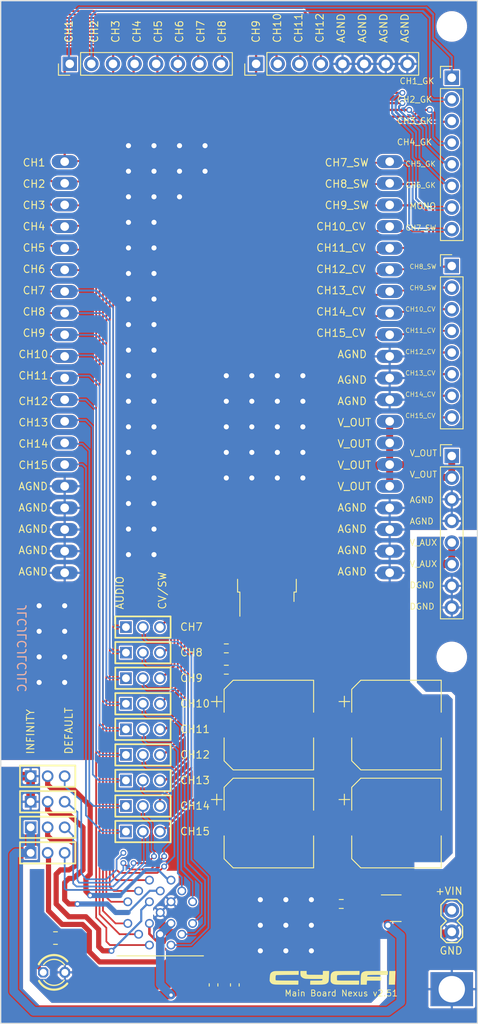
<source format=kicad_pcb>
(kicad_pcb (version 20211014) (generator pcbnew)
  (layers (0 "F.Cu" signal) (31 "B.Cu" signal) (34 "B.Paste" user) (35 "F.Paste" user) (36 "B.SilkS" user "B.Silkscreen") (37 "F.SilkS" user "F.Silkscreen") (38 "B.Mask" user) (39 "F.Mask" user) (44 "Edge.Cuts" user))
  (net 0 "")
  (net 1 "GND")
  (net 2 "Net-(H6-Pad2)")
  (net 3 "CH1")
  (net 4 "CH2")
  (net 5 "CH3")
  (net 6 "CH4")
  (net 7 "CH5")
  (net 8 "CH6")
  (net 9 "CH7")
  (net 10 "CH8")
  (net 11 "CH9")
  (net 12 "CH10")
  (net 13 "CH11")
  (net 14 "CH12")
  (net 15 "CH13")
  (net 16 "CH14")
  (net 17 "CH15")
  (net 18 "V_AUX")
  (net 19 "CH7_SW")
  (net 20 "CH8_SW")
  (net 21 "CH9_SW")
  (net 22 "CH10_CV")
  (net 23 "CH11_CV")
  (net 24 "CH12_CV")
  (net 25 "CH13_CV")
  (net 26 "CH14_CV")
  (net 27 "CH15_CV")
  (net 28 "CH7_A")
  (net 29 "CH8_A")
  (net 30 "CH9_A")
  (net 31 "CH10_A")
  (net 32 "CH11_A")
  (net 33 "CH12_A")
  (net 34 "CH13_A")
  (net 35 "CH14_A")
  (net 36 "CH15_A")
  (net 37 "Net-(JP13-Pad3)")
  (net 38 "Net-(JP7-Pad2)")
  (net 39 "Net-(JP11-Pad3)")
  (net 40 "V_OUT")
  (net 41 "Net-(JP10-Pad3)")
  (net 42 "Net-(R4-Pad2)")
  (net 43 "Net-(Q2-Pad1)")
  (net 44 "Net-(R1-Pad1)")
  (footprint "main_board:1X03M" (layer "F.Cu") (at 126.0011 139.0036)
    (fp_text reference "JP12" hide)
    (fp_text value "PINHD-1X03_2.00" hide)
  )
  (footprint "Package_TO_SOT_SMD:TO-252-2" (layer "F.Cu") (at 151.775 111.925 90)
    (fp_text reference "Q2" hide)
    (fp_text value "MJD122" hide)
  )
  (footprint "main_board:1X03M" (layer "F.Cu") (at 137.2011 136.5036)
    (fp_text reference "JP7" hide)
    (fp_text value "PINHD-1X03_2.00" hide)
  )
  (footprint "main_board:1X03M" (layer "F.Cu") (at 137.2011 139.5036)
    (fp_text reference "JP8" hide)
    (fp_text value "PINHD-1X03_2.00" hide)
  )
  (footprint "Connector_PinHeader_2.54mm:PinHeader_1x08_P2.54mm_Vertical" (layer "F.Cu") (at 150.5 52.4 90)
    (fp_text reference "H4" hide)
    (fp_text value "MA08-1" hide)
  )
  (footprint "main_board:1X03M" (layer "F.Cu") (at 126.0011 142.0036)
    (fp_text reference "JP11" hide)
    (fp_text value "PINHD-1X03_2.00" hide)
  )
  (footprint "main_board:1X03M" (layer "F.Cu") (at 137.2011 124.5036)
    (fp_text reference "JP3" hide)
    (fp_text value "PINHD-1X03_2.00" hide)
  )
  (footprint "main_board:19PIN_LEMO" (layer "F.Cu") (at 139.2311 152.0136 -90)
    (fp_text reference "CN1" hide)
    (fp_text value "19PIN_LEMO" hide)
  )
  (footprint "" (layer "F.Cu") (at 173.5011 48.0036)
    (fp_text reference "@HOLE0" hide)
    (fp_text value "" hide)
  )
  (footprint "Connector_PinHeader_2.54mm:PinHeader_1x08_P2.54mm_Vertical" (layer "F.Cu") (at 173.5 54.025)
    (fp_text reference "H17" hide)
    (fp_text value "MA08-1" hide)
  )
  (footprint "main_board:LED3MM" (layer "F.Cu") (at 126.7511 159.0286)
    (fp_text reference "LED1" hide)
    (fp_text value "LED3MM" hide)
  )
  (footprint "Connector_PinHeader_2.54mm:PinHeader_1x08_P2.54mm_Vertical" (layer "F.Cu") (at 173.5 76.125)
    (fp_text reference "H7" hide)
    (fp_text value "MA08-1" hide)
  )
  (footprint "Resistor_SMD:R_0805_2012Metric" (layer "F.Cu") (at 126.9211 155.0036 180)
    (fp_text reference "R4" hide)
    (fp_text value "4.7k" hide)
  )
  (footprint "main_board:1X03M" (layer "F.Cu") (at 137.2011 121.5036)
    (fp_text reference "JP2" hide)
    (fp_text value "PINHD-1X03_2.00" hide)
  )
  (footprint "Capacitor_SMD:C_0603_1608Metric" (layer "F.Cu") (at 148.0011 160.5036 -90)
    (fp_text reference "C6" hide)
    (fp_text value "0.1uF" hide)
  )
  (footprint "" (layer "F.Cu") (at 173.5011 161.0036)
    (fp_text reference "GND_HOLE" hide)
    (fp_text value "" hide)
  )
  (footprint "Connector_PinHeader_2.54mm:PinHeader_1x08_P2.54mm_Vertical" (layer "F.Cu") (at 173.5 98.425)
    (fp_text reference "H8" hide)
    (fp_text value "MA08-1" hide)
  )
  (footprint "main_board:MA20-1" (layer "F.Cu") (at 128.0011 88.0036 -90)
    (fp_text reference "H2" hide)
    (fp_text value "DNP" hide)
  )
  (footprint "" (layer "F.Cu") (at 173.5011 122.0036)
    (fp_text reference "@HOLE0" hide)
    (fp_text value "" hide)
  )
  (footprint "main_board:1X03M" (layer "F.Cu") (at 137.2011 130.5036)
    (fp_text reference "JP5" hide)
    (fp_text value "PINHD-1X03_2.00" hide)
  )
  (footprint "Capacitor_SMD:CP_Elec_10x10" (layer "F.Cu") (at 167.0011 141.5036)
    (fp_text reference "C2" hide)
    (fp_text value "470uF")
  )
  (footprint "Capacitor_SMD:C_0603_1608Metric" (layer "F.Cu") (at 145.5011 160.5036 -90)
    (fp_text reference "C5" hide)
    (fp_text value "1uF" hide)
  )
  (footprint "cycfi_library:cycfi-logo-15mm" (layer "F.Cu") (at 159.4 159.7)
    (fp_text reference "G***" hide)
    (fp_text value "LOGO" hide)
  )
  (footprint "main_board:MA02-1" (layer "F.Cu") (at 173.5011 153.0036 90)
    (fp_text reference "H6" hide)
    (fp_text value "MA02-1" hide)
  )
  (footprint "main_board:1X03M" (layer "F.Cu") (at 137.2011 127.5036)
    (fp_text reference "JP4" hide)
    (fp_text value "PINHD-1X03_2.00" hide)
  )
  (footprint "Resistor_SMD:R_0603_1608Metric" (layer "F.Cu") (at 147.0011 121.0036 180)
    (fp_text reference "R3" hide)
    (fp_text value "12k" hide)
  )
  (footprint "Resistor_SMD:R_0603_1608Metric" (layer "F.Cu") (at 160.5111 151.0036)
    (fp_text reference "R1" hide)
    (fp_text value "220R" hide)
  )
  (footprint "main_board:1X03M" (layer "F.Cu") (at 137.2011 142.5036)
    (fp_text reference "JP9" hide)
    (fp_text value "PINHD-1X03_2.00" hide)
  )
  (footprint "main_board:1X03M" (layer "F.Cu") (at 137.2011 133.5036)
    (fp_text reference "JP6" hide)
    (fp_text value "PINHD-1X03_2.00" hide)
  )
  (footprint "Capacitor_SMD:CP_Elec_10x10" (layer "F.Cu") (at 152.0011 141.5036)
    (fp_text reference "C4" hide)
    (fp_text value "470uF")
  )
  (footprint "main_board:1X03M" (layer "F.Cu") (at 126.0011 136.0036)
    (fp_text reference "JP13" hide)
    (fp_text value "PINHD-1X03_2.00" hide)
  )
  (footprint "main_board:MA20-1" (layer "F.Cu") (at 166.2011 88.0036 -90)
    (fp_text reference "H1" hide)
    (fp_text value "DNP" hide)
  )
  (footprint "main_board:1X03M" (layer "F.Cu") (at 137.2011 118.5036)
    (fp_text reference "JP1" hide)
    (fp_text value "PINHD-1X03_2.00" hide)
  )
  (footprint "Capacitor_SMD:CP_Elec_10x10" (layer "F.Cu") (at 167.0011 130.0036)
    (fp_text reference "C1" hide)
    (fp_text value "470uF")
  )
  (footprint "Connector_PinHeader_2.54mm:PinHeader_1x08_P2.54mm_Vertical" (layer "F.Cu") (at 128.6 52.4 90)
    (fp_text reference "H3" hide)
    (fp_text value "MA08-1" hide)
  )
  (footprint "Package_TO_SOT_SMD:SOT-23" (layer "F.Cu") (at 166.9 151.5)
    (fp_text reference "Q1" hide)
    (fp_text value "DMP3099L" hide)
  )
  (footprint "Resistor_SMD:R_0603_1608Metric" (layer "F.Cu") (at 147.0011 123.5036)
    (fp_text reference "R2" hide)
    (fp_text value "220R" hide)
  )
  (footprint "main_board:1X03M" (layer "F.Cu") (at 126.0011 145.0036)
    (fp_text reference "JP10" hide)
    (fp_text value "PINHD-1X03_2.00" hide)
  )
  (footprint "Capacitor_SMD:CP_Elec_10x10" (layer "F.Cu") (at 152.0011 130.0036)
    (fp_text reference "C3" hide)
    (fp_text value "470uF")
  )
  (gr_line (start 120.5011 45.0036) (end 176.5011 45.0036) (layer "Edge.Cuts") (width 0.1))
  (gr_line (start 120.5011 165.0036) (end 176.5011 165.0036) (layer "Edge.Cuts") (width 0.1))
  (gr_line (start 176.5011 165.0036) (end 176.5011 45.0036) (layer "Edge.Cuts") (width 0.1))
  (gr_line (start 120.5011 45.0036) (end 120.5011 165.0036) (layer "Edge.Cuts") (width 0.1))
  (gr_text "JLCJLCJLCJLC" (at 123 121 90) (layer "B.SilkS") (effects (font (size 1 1)) (justify mirror)))
  (gr_text "CH10" (at 153.5011 50.0036 90) (layer "F.SilkS") (effects (font (size 0.88 0.88) (thickness 0.12)) (justify left bottom)))
  (gr_text "CH13_CV" (at 157.5011 79.5036) (layer "F.SilkS") (effects (font (size 0.88 0.88) (thickness 0.12)) (justify left bottom)))
  (gr_text "CH8_SW" (at 168.5011 76.5036) (layer "F.SilkS") (effects (font (size 0.536448 0.536448) (thickness 0.073152)) (justify left bottom)))
  (gr_text "AGND" (at 122.5011 105.0036) (layer "F.SilkS") (effects (font (size 0.88 0.88) (thickness 0.12)) (justify left bottom)))
  (gr_text "AGND" (at 160.0011 110.0036) (layer "F.SilkS") (effects (font (size 0.88 0.88) (thickness 0.12)) (justify left bottom)))
  (gr_text "AGND" (at 160.0011 87.0036) (layer "F.SilkS") (effects (font (size 0.88 0.88) (thickness 0.12)) (justify left bottom)))
  (gr_text "CH10_CV" (at 168.0011 81.5036) (layer "F.SilkS") (effects (font (size 0.536448 0.536448) (thickness 0.073152)) (justify left bottom)))
  (gr_text "AGND" (at 122.5011 112.5036) (layer "F.SilkS") (effects (font (size 0.88 0.88) (thickness 0.12)) (justify left bottom)))
  (gr_text "V_OUT" (at 160.0011 100.0036) (layer "F.SilkS") (effects (font (size 0.88 0.88) (thickness 0.12)) (justify left bottom)))
  (gr_text "CH1_GK" (at 171.5011 54.0036) (layer "F.SilkS") (effects (font (size 0.704 0.704) (thickness 0.096)) (justify right top)))
  (gr_text "CH15_CV" (at 168.0011 94.0036) (layer "F.SilkS") (effects (font (size 0.536448 0.536448) (thickness 0.073152)) (justify left bottom)))
  (gr_text "CH10" (at 141.5011 128.0036) (layer "F.SilkS") (effects (font (size 0.88 0.88) (thickness 0.12)) (justify left bottom)))
  (gr_text "AGND" (at 160.0011 105.0036) (layer "F.SilkS") (effects (font (size 0.88 0.88) (thickness 0.12)) (justify left bottom)))
  (gr_text "DEFAULT" (at 129.0011 133.5036 90) (layer "F.SilkS") (effects (font (size 0.88 0.88) (thickness 0.12)) (justify left bottom)))
  (gr_text "CH9_SW" (at 168.5011 79.0036) (layer "F.SilkS") (effects (font (size 0.536448 0.536448) (thickness 0.073152)) (justify left bottom)))
  (gr_text "AGND" (at 122.5011 110.0036) (layer "F.SilkS") (effects (font (size 0.88 0.88) (thickness 0.12)) (justify left bottom)))
  (gr_text "+VIN" (at 171.5011 150.0036) (layer "F.SilkS") (effects (font (size 0.88 0.88) (thickness 0.12)) (justify left bottom)))
  (gr_text "V_OUT" (at 168.5011 98.5036) (layer "F.SilkS") (effects (font (size 0.715264 0.715264) (thickness 0.097536)) (justify left bottom)))
  (gr_text "CH8" (at 123.0011 82.0036) (layer "F.SilkS") (effects (font (size 0.88 0.88) (thickness 0.12)) (justify left bottom)))
  (gr_text "CH3_GK" (at 167.0011 59.5036) (layer "F.SilkS") (effects (font (size 0.715264 0.715264) (thickness 0.097536)) (justify left bottom)))
  (gr_text "CH8" (at 141.5011 122.0036) (layer "F.SilkS") (effects (font (size 0.88 0.88) (thickness 0.12)) (justify left bottom)))
  (gr_text "CH4" (at 123.0011 72.0036) (layer "F.SilkS") (effects (font (size 0.88 0.88) (thickness 0.12)) (justify left bottom)))
  (gr_text "CH2" (at 132.0011 50.0036 90) (layer "F.SilkS") (effects (font (size 0.88 0.88) (thickness 0.12)) (justify left bottom)))
  (gr_text "CH3" (at 134.5011 50.0036 90) (layer "F.SilkS") (effects (font (size 0.88 0.88) (thickness 0.12)) (justify left bottom)))
  (gr_text "INFINITY" (at 124.5011 133.5036 90) (layer "F.SilkS") (effects (font (size 0.88 0.88) (thickness 0.12)) (justify left bottom)))
  (gr_text "V_OUT" (at 160.0011 97.5036) (layer "F.SilkS") (effects (font (size 0.88 0.88) (thickness 0.12)) (justify left bottom)))
  (gr_text "CH8" (at 147.0011 50.0036 90) (layer "F.SilkS") (effects (font (size 0.88 0.88) (thickness 0.12)) (justify left bottom)))
  (gr_text "CH1" (at 123.0011 64.5036) (layer "F.SilkS") (effects (font (size 0.88 0.88) (thickness 0.12)) (justify left bottom)))
  (gr_text "CH13" (at 141.5011 137.0036) (layer "F.SilkS") (effects (font (size 0.88 0.88) (thickness 0.12)) (justify left bottom)))
  (gr_text "CH9" (at 123.0011 84.5036) (layer "F.SilkS") (effects (font (size 0.88 0.88) (thickness 0.12)) (justify left bottom)))
  (gr_text "AGND" (at 168.5011 104.0036) (layer "F.SilkS") (effects (font (size 0.715264 0.715264) (thickness 0.097536)) (justify left bottom)))
  (gr_text "CH11" (at 122.5011 89.5036) (layer "F.SilkS") (effects (font (size 0.88 0.88) (thickness 0.12)) (justify left bottom)))
  (gr_text "CH10_CV" (at 157.5011 72.0036) (layer "F.SilkS") (effects (font (size 0.88 0.88) (thickness 0.12)) (justify left bottom)))
  (gr_text "Main Board Nexus v2.51" (at 153.8 161.9) (layer "F.SilkS") (effects (font (size 0.715264 0.715264) (thickness 0.097536)) (justify left bottom)))
  (gr_text "CH7_SW" (at 168.0011 72.0036) (layer "F.SilkS") (effects (font (size 0.616 0.616) (thickness 0.084)) (justify left bottom)))
  (gr_text "CH3" (at 123.0011 69.5036) (layer "F.SilkS") (effects (font (size 0.88 0.88) (thickness 0.12)) (justify left bottom)))
  (gr_text "CH13" (at 122.5011 95.0036) (layer "F.SilkS") (effects (font (size 0.88 0.88) (thickness 0.12)) (justify left bottom)))
  (gr_text "CH12_CV" (at 168.0011 86.5036) (layer "F.SilkS") (effects (font (size 0.536448 0.536448) (thickness 0.073152)) (justify left bottom)))
  (gr_text "DGND" (at 168.5011 116.5036) (layer "F.SilkS") (effects (font (size 0.715264 0.715264) (thickness 0.097536)) (justify left bottom)))
  (gr_text "CH1" (at 129.0011 50.0036 90) (layer "F.SilkS") (effects (font (size 0.88 0.88) (thickness 0.12)) (justify left bottom)))
  (gr_text "AGND" (at 161.0011 50.0036 90) (layer "F.SilkS") (effects (font (size 0.88 0.88) (thickness 0.12)) (justify left bottom)))
  (gr_text "CH7" (at 141.5011 119.0036) (layer "F.SilkS") (effects (font (size 0.88 0.88) (thickness 0.12)) (justify left bottom)))
  (gr_text "CH12" (at 158.5011 50.0036 90) (layer "F.SilkS") (effects (font (size 0.88 0.88) (thickness 0.12)) (justify left bottom)))
  (gr_text "CH12_CV" (at 157.5011 77.0036) (layer "F.SilkS") (effects (font (size 0.88 0.88) (thickness 0.12)) (justify left bottom)))
  (gr_text "CH11" (at 156.0011 50.0036 90) (layer "F.SilkS") (effects (font (size 0.88 0.88) (thickness 0.12)) (justify left bottom)))
  (gr_text "CH7_SW" (at 158.5011 64.5036) (layer "F.SilkS") (effects (font (size 0.88 0.88) (thickness 0.12)) (justify left bottom)))
  (gr_text "CH4" (at 137.0011 50.0036 90) (layer "F.SilkS") (effects (font (size 0.88 0.88) (thickness 0.12)) (justify left bottom)))
  (gr_text "AGND" (at 163.5011 50.0036 90) (layer "F.SilkS") (effects (font (size 0.88 0.88) (thickness 0.12)) (justify left bottom)))
  (gr_text "CH4_GK" (at 167.0011 62.0036) (layer "F.SilkS") (effects (font (size 0.715264 0.715264) (thickness 0.097536)) (justify left bottom)))
  (gr_text "CH2" (at 123.0011 67.0036) (layer "F.SilkS") (effects (font (size 0.88 0.88) (thickness 0.12)) (justify left bottom)))
  (gr_text "AGND" (at 122.5011 102.5036) (layer "F.SilkS") (effects (font (size 0.88 0.88) (thickness 0.12)) (justify left bottom)))
  (gr_text "GND" (at 172.0011 157.0036) (layer "F.SilkS") (effects (font (size 0.88 0.88) (thickness 0.12)) (justify left bottom)))
  (gr_text "CH15" (at 122.5011 100.0036) (layer "F.SilkS") (effects (font (size 0.88 0.88) (thickness 0.12)) (justify left bottom)))
  (gr_text "AGND" (at 160.0011 92.5036) (layer "F.SilkS") (effects (font (size 0.88 0.88) (thickness 0.12)) (justify left bottom)))
  (gr_text "AGND" (at 160.0011 112.5036) (layer "F.SilkS") (effects (font (size 0.88 0.88) (thickness 0.12)) (justify left bottom)))
  (gr_text "MONO" (at 168.5011 69.5036) (layer "F.SilkS") (effects (font (size 0.715264 0.715264) (thickness 0.097536)) (justify left bottom)))
  (gr_text "V_OUT" (at 168.5011 101.0036) (layer "F.SilkS") (effects (font (size 0.715264 0.715264) (thickness 0.097536)) (justify left bottom)))
  (gr_text "V_OUT" (at 160.0011 102.5036) (layer "F.SilkS") (effects (font (size 0.88 0.88) (thickness 0.12)) (justify left bottom)))
  (gr_text "CH15" (at 141.5011 143.0036) (layer "F.SilkS") (effects (font (size 0.88 0.88) (thickness 0.12)) (justify left bottom)))
  (gr_text "CH12" (at 122.5011 92.5036) (layer "F.SilkS") (effects (font (size 0.88 0.88) (thickness 0.12)) (justify left bottom)))
  (gr_text "AGND" (at 166.0011 50.0036 90) (layer "F.SilkS") (effects (font (size 0.88 0.88) (thickness 0.12)) (justify left bottom)))
  (gr_text "CH6_GK" (at 168.0011 67.0036) (layer "F.SilkS") (effects (font (size 0.616 0.616) (thickness 0.084)) (justify left bottom)))
  (gr_text "V_AUX" (at 168.5011 111.5036) (layer "F.SilkS") (effects (font (size 0.715264 0.715264) (thickness 0.097536)) (justify left bottom)))
  (gr_text "CH14" (at 141.5011 140.0036) (layer "F.SilkS") (effects (font (size 0.88 0.88) (thickness 0.12)) (justify left bottom)))
  (gr_text "CH7" (at 144.5011 50.0036 90) (layer "F.SilkS") (effects (font (size 0.88 0.88) (thickness 0.12)) (justify left bottom)))
  (gr_text "DGND" (at 168.5011 114.0036) (layer "F.SilkS") (effects (font (size 0.715264 0.715264) (thickness 0.097536)) (justify left bottom)))
  (gr_text "CH9" (at 141.5011 125.0036) (layer "F.SilkS") (effects (font (size 0.88 0.88) (thickness 0.12)) (justify left bottom)))
  (gr_text "CH11" (at 141.5011 131.0036) (layer "F.SilkS") (effects (font (size 0.88 0.88) (thickness 0.12)) (justify left bottom)))
  (gr_text "CH12" (at 141.5011 134.0036) (layer "F.SilkS") (effects (font (size 0.88 0.88) (thickness 0.12)) (justify left bottom)))
  (gr_text "CH6" (at 123.0011 77.0036) (layer "F.SilkS") (effects (font (size 0.88 0.88) (thickness 0.12)) (justify left bottom)))
  (gr_text "CH11_CV" (at 157.5011 74.5036) (layer "F.SilkS") (effects (font (size 0.88 0.88) (thickness 0.12)) (justify left bottom)))
  (gr_text "AGND" (at 122.5011 107.5036) (layer "F.SilkS") (effects (font (size 0.88 0.88) (thickness 0.12)) (justify left bottom)))
  (gr_text "AGND" (at 160.0011 90.0036) (layer "F.SilkS") (effects (font (size 0.88 0.88) (thickness 0.12)) (justify left bottom)))
  (gr_text "CH5_GK" (at 168.0011 64.5036) (layer "F.SilkS") (effects (font (size 0.616 0.616) (thickness 0.084)) (justify left bottom)))
  (gr_text "CV/SW" (at 140.0011 116.5036 90) (layer "F.SilkS") (effects (font (size 0.88 0.88) (thickness 0.12)) (justify left bottom)))
  (gr_text "CH14_CV" (at 168.0011 91.5036) (layer "F.SilkS") (effects (font (size 0.536448 0.536448) (thickness 0.073152)) (justify left bottom)))
  (gr_text "V_OUT" (at 160.0011 95.0036) (layer "F.SilkS") (effects (font (size 0.88 0.88) (thickness 0.12)) (justify left bottom)))
  (gr_text "CH14" (at 122.5011 97.5036) (layer "F.SilkS") (effects (font (size 0.88 0.88) (thickness 0.12)) (justify left bottom)))
  (gr_text "AGND" (at 168.5011 50.0036 90) (layer "F.SilkS") (effects (font (size 0.88 0.88) (thickness 0.12)) (justify left bottom)))
  (gr_text "CH9" (at 151.0011 50.0036 90) (layer "F.SilkS") (effects (font (size 0.88 0.88) (thickness 0.12)) (justify left bottom)))
  (gr_text "CH7" (at 123.0011 79.5036) (layer "F.SilkS") (effects (font (size 0.88 0.88) (thickness 0.12)) (justify left bottom)))
  (gr_text "CH9_SW" (at 158.5011 69.5036) (layer "F.SilkS") (effects (font (size 0.88 0.88) (thickness 0.12)) (justify left bottom)))
  (gr_text "CH2_GK" (at 167.0011 57.0036) (layer "F.SilkS") (effects (font (size 0.715264 0.715264) (thickness 0.097536)) (justify left bottom)))
  (gr_text "V_AUX" (at 168.5011 109.0036) (layer "F.SilkS") (effects (font (size 0.715264 0.715264) (thickness 0.097536)) (justify left bottom)))
  (gr_text "CH14_CV" (at 157.5011 82.0036) (layer "F.SilkS") (effects (font (size 0.88 0.88) (thickness 0.12)) (justify left bottom)))
  (gr_text "CH15_CV" (at 157.5011 84.5036) (layer "F.SilkS") (effects (font (size 0.88 0.88) (thickness 0.12)) (justify left bottom)))
  (gr_text "CH5" (at 139.5011 50.0036 90) (layer "F.SilkS") (effects (font (size 0.88 0.88) (thickness 0.12)) (justify left bottom)))
  (gr_text "AGND" (at 160.0011 107.5036) (layer "F.SilkS") (effects (font (size 0.88 0.88) (thickness 0.12)) (justify left bottom)))
  (gr_text "CH11_CV" (at 168.0011 84.0036) (layer "F.SilkS") (effects (font (size 0.536448 0.536448) (thickness 0.073152)) (justify left bottom)))
  (gr_text "CH6" (at 142.0011 50.0036 90) (layer "F.SilkS") (effects (font (size 0.88 0.88) (thickness 0.12)) (justify left bottom)))
  (gr_text "CH10" (at 122.5011 87.0036) (layer "F.SilkS") (effects (font (size 0.88 0.88) (thickness 0.12)) (justify left bottom)))
  (gr_text "AGND" (at 168.5011 106.5036) (layer "F.SilkS") (effects (font (size 0.715264 0.715264) (thickness 0.097536)) (justify left bottom)))
  (gr_text "CH5" (at 123.0011 74.5036) (layer "F.SilkS") (effects (font (size 0.88 0.88) (thickness 0.12)) (justify left bottom)))
  (gr_text "CH8_SW" (at 158.5011 67.0036) (layer "F.SilkS") (effects (font (size 0.88 0.88) (thickness 0.12)) (justify left bottom)))
  (gr_text "AUDIO" (at 135.0011 116.5036 90) (layer "F.SilkS") (effects (font (size 0.88 0.88) (thickness 0.12)) (justify left bottom)))
  (gr_text "CH13_CV" (at 168.0011 89.0036) (layer "F.SilkS") (effects (font (size 0.536448 0.536448) (thickness 0.073152)) (justify left bottom)))
  (segment (start 166.5011 163.6036) (end 168.0011 162.5036) (width 1.016) (layer "F.Cu") (net 1))
  (segment (start 168.0011 156.0036) (end 169.5011 154.5036) (width 1.016) (layer "F.Cu") (net 1))
  (segment (start 124.0011 136.0036) (end 124.0011 139.0036) (width 1.016) (layer "F.Cu") (net 1))
  (segment (start 168.0011 162.5036) (end 168.0011 156.0036) (width 1.016) (layer "F.Cu") (net 1))
  (segment (start 169.5011 154.5036) (end 173.2711 154.5036) (width 1.016) (layer "F.Cu") (net 1))
  (segment (start 122.0011 161.5036) (end 124.5011 163.6036) (width 1.016) (layer "F.Cu") (net 1))
  (segment (start 124.5011 163.6036) (end 166.5011 163.6036) (width 1.016) (layer "F.Cu") (net 1))
  (segment (start 122.5011 136.0036) (end 122.0011 136.5036) (width 1.016) (layer "F.Cu") (net 1))
  (segment (start 124.0011 136.0036) (end 122.5011 136.0036) (width 1.016) (layer "F.Cu") (net 1))
  (segment (start 122.0011 136.5036) (end 122.0011 161.5036) (width 1.016) (layer "F.Cu") (net 1))
  (via (at 128 119) (size 1) (drill 0.6) (layers "F.Cu" "B.Cu") (net 1))
  (via (at 151 150.5) (size 1) (drill 0.6) (layers "F.Cu" "B.Cu") (net 1))
  (via (at 157 150.5) (size 1) (drill 0.6) (layers "F.Cu" "B.Cu") (net 1))
  (via (at 135.5 95) (size 1) (drill 0.6) (layers "F.Cu" "B.Cu") (net 1))
  (via (at 135.5 65) (size 1) (drill 0.6) (layers "F.Cu" "B.Cu") (net 1))
  (via (at 154 156.5) (size 1) (drill 0.6) (layers "F.Cu" "B.Cu") (net 1))
  (via (at 138.5 107) (size 1) (drill 0.6) (layers "F.Cu" "B.Cu") (net 1))
  (via (at 147 101) (size 1) (drill 0.6) (layers "F.Cu" "B.Cu") (net 1))
  (via (at 147 89) (size 1) (drill 0.6) (layers "F.Cu" "B.Cu") (net 1))
  (via (at 141.5 62) (size 1) (drill 0.6) (layers "F.Cu" "B.Cu") (net 1))
  (via (at 135.5 101) (size 1) (drill 0.6) (layers "F.Cu" "B.Cu") (net 1))
  (via (at 151 156.5) (size 1) (drill 0.6) (layers "F.Cu" "B.Cu") (net 1))
  (via (at 138.5 80) (size 1) (drill 0.6) (layers "F.Cu" "B.Cu") (net 1))
  (via (at 125 116) (size 1) (drill 0.6) (layers "F.Cu" "B.Cu") (net 1))
  (via (at 138.5 86) (size 1) (drill 0.6) (layers "F.Cu" "B.Cu") (net 1))
  (via (at 135.5 107) (size 1) (drill 0.6) (layers "F.Cu" "B.Cu") (net 1))
  (via (at 138.5 71) (size 1) (drill 0.6) (layers "F.Cu" "B.Cu") (net 1))
  (via (at 147 95) (size 1) (drill 0.6) (layers "F.Cu" "B.Cu") (net 1))
  (via (at 135.5 92) (size 1) (drill 0.6) (layers "F.Cu" "B.Cu") (net 1))
  (via (at 150 89) (size 1) (drill 0.6) (layers "F.Cu" "B.Cu") (net 1))
  (via (at 138.5 77) (size 1) (drill 0.6) (layers "F.Cu" "B.Cu") (net 1))
  (via (at 138.5 74) (size 1) (drill 0.6) (layers "F.Cu" "B.Cu") (net 1))
  (via (at 157 156.5) (size 1) (drill 0.6) (layers "F.Cu" "B.Cu") (net 1))
  (via (at 128 116) (size 1) (drill 0.6) (layers "F.Cu" "B.Cu") (net 1))
  (via (at 150 95) (size 1) (drill 0.6) (layers "F.Cu" "B.Cu") (net 1))
  (via (at 150 92) (size 1) (drill 0.6) (layers "F.Cu" "B.Cu") (net 1))
  (via (at 138.5 104) (size 1) (drill 0.6) (layers "F.Cu" "B.Cu") (net 1))
  (via (at 153 98) (size 1) (drill 0.6) (layers "F.Cu" "B.Cu") (net 1))
  (via (at 144.5 65) (size 1) (drill 0.6) (layers "F.Cu" "B.Cu") (net 1))
  (via (at 135.5 83) (size 1) (drill 0.6) (layers "F.Cu" "B.Cu") (net 1))
  (via (at 154 150.5) (size 1) (drill 0.6) (layers "F.Cu" "B.Cu") (net 1))
  (via (at 135.5 62) (size 1) (drill 0.6) (layers "F.Cu" "B.Cu") (net 1))
  (via (at 135.5 74) (size 1) (drill 0.6) (layers "F.Cu" "B.Cu") (net 1))
  (via (at 128 125) (size 1) (drill 0.6) (layers "F.Cu" "B.Cu") (net 1))
  (via (at 138.5 68) (size 1) (drill 0.6) (layers "F.Cu" "B.Cu") (net 1))
  (via (at 138.5 95) (size 1) (drill 0.6) (layers "F.Cu" "B.Cu") (net 1))
  (via (at 128 122) (size 1) (drill 0.6) (layers "F.Cu" "B.Cu") (net 1))
  (via (at 153 92) (size 1) (drill 0.6) (layers "F.Cu" "B.Cu") (net 1))
  (via (at 151 153.5) (size 1) (drill 0.6) (layers "F.Cu" "B.Cu") (net 1))
  (via (at 156 98) (size 1) (drill 0.6) (layers "F.Cu" "B.Cu") (net 1))
  (via (at 135.5 89) (size 1) (drill 0.6) (layers "F.Cu" "B.Cu") (net 1))
  (via (at 125 122) (size 1) (drill 0.6) (layers "F.Cu" "B.Cu") (net 1))
  (via (at 156 92) (size 1) (drill 0.6) (layers "F.Cu" "B.Cu") (net 1))
  (via (at 138.5 110) (size 1) (drill 0.6) (layers "F.Cu" "B.Cu") (net 1))
  (via (at 154 153.5) (size 1) (drill 0.6) (layers "F.Cu" "B.Cu") (net 1))
  (via (at 138.5 98) (size 1) (drill 0.6) (layers "F.Cu" "B.Cu") (net 1))
  (via (at 150 101) (size 1) (drill 0.6) (layers "F.Cu" "B.Cu") (net 1))
  (via (at 125 119) (size 1) (drill 0.6) (layers "F.Cu" "B.Cu") (net 1))
  (via (at 135.5 86) (size 1) (drill 0.6) (layers "F.Cu" "B.Cu") (net 1))
  (via (at 138.5 83) (size 1) (drill 0.6) (layers "F.Cu" "B.Cu") (net 1))
  (via (at 135.5 80) (size 1) (drill 0.6) (layers "F.Cu" "B.Cu") (net 1))
  (via (at 150 98) (size 1) (drill 0.6) (layers "F.Cu" "B.Cu") (net 1))
  (via (at 141.5 65) (size 1) (drill 0.6) (layers "F.Cu" "B.Cu") (net 1))
  (via (at 138.5 65) (size 1) (drill 0.6) (layers "F.Cu" "B.Cu") (net 1))
  (via (at 144.5 62) (size 1) (drill 0.6) (layers "F.Cu" "B.Cu") (net 1))
  (via (at 147 92) (size 1) (drill 0.6) (layers "F.Cu" "B.Cu") (net 1))
  (via (at 138.5 89) (size 1) (drill 0.6) (layers "F.Cu" "B.Cu") (net 1))
  (via (at 153 95) (size 1) (drill 0.6) (layers "F.Cu" "B.Cu") (net 1))
  (via (at 138.5 92) (size 1) (drill 0.6) (layers "F.Cu" "B.Cu") (net 1))
  (via (at 135.5 68) (size 1) (drill 0.6) (layers "F.Cu" "B.Cu") (net 1))
  (via (at 157 153.5) (size 1) (drill 0.6) (layers "F.Cu" "B.Cu") (net 1))
  (via (at 147 98) (size 1) (drill 0.6) (layers "F.Cu" "B.Cu") (net 1))
  (via (at 156 101) (size 1) (drill 0.6) (layers "F.Cu" "B.Cu") (net 1))
  (via (at 138.5 101) (size 1) (drill 0.6) (layers "F.Cu" "B.Cu") (net 1))
  (via (at 141.5 68) (size 1) (drill 0.6) (layers "F.Cu" "B.Cu") (net 1))
  (via (at 153 89) (size 1) (drill 0.6) (layers "F.Cu" "B.Cu") (net 1))
  (via (at 153 101) (size 1) (drill 0.6) (layers "F.Cu" "B.Cu") (net 1))
  (via (at 138.5 62) (size 1) (drill 0.6) (layers "F.Cu" "B.Cu") (net 1))
  (via (at 135.5 77) (size 1) (drill 0.6) (layers "F.Cu" "B.Cu") (net 1))
  (via (at 125 125) (size 1) (drill 0.6) (layers "F.Cu" "B.Cu") (net 1))
  (via (at 135.5 71) (size 1) (drill 0.6) (layers "F.Cu" "B.Cu") (net 1))
  (via (at 156 89) (size 1) (drill 0.6) (layers "F.Cu" "B.Cu") (net 1))
  (via (at 135.5 98) (size 1) (drill 0.6) (layers "F.Cu" "B.Cu") (net 1))
  (via (at 156 95) (size 1) (drill 0.6) (layers "F.Cu" "B.Cu") (net 1))
  (via (at 135.5 104) (size 1) (drill 0.6) (layers "F.Cu" "B.Cu") (net 1))
  (via (at 135.5 110) (size 1) (drill 0.6) (layers "F.Cu" "B.Cu") (net 1))
  (segment (start 173.2711 151.5036) (end 168.1011 151.5036) (width 1) (layer "F.Cu") (net 2))
  (segment (start 173.5011 151.7336) (end 173.2711 151.5036) (width 1) (layer "F.Cu") (net 2))
  (segment (start 133.7011 65.8036) (end 131.7011 63.8036) (width 0.2032) (layer "F.Cu") (net 3))
  (segment (start 137.9611 148.2036) (end 134.1011 148.2036) (width 0.2032) (layer "F.Cu") (net 3))
  (segment (start 133.7011 147.8036) (end 133.7011 65.8036) (width 0.2032) (layer "F.Cu") (net 3))
  (segment (start 128.0011 63.8736) (end 128.0011 52.6136) (width 0.254) (layer "F.Cu") (net 3))
  (segment (start 131.7011 63.8036) (end 128.0711 63.8036) (width 0.2032) (layer "F.Cu") (net 3))
  (segment (start 134.1011 148.2036) (end 133.7011 147.8036) (width 0.2032) (layer "F.Cu") (net 3))
  (segment (start 173.5011 51.6036) (end 171.3011 49.4036) (width 0.254) (layer "B.Cu") (net 3))
  (segment (start 129.7011 45.8036) (end 128.5011 47.0036) (width 0.254) (layer "B.Cu") (net 3))
  (segment (start 170.5011 45.8036) (end 129.7011 45.8036) (width 0.2032) (layer "B.Cu") (net 3))
  (segment (start 173.5011 54.1136) (end 173.5011 51.6036) (width 0.254) (layer "B.Cu") (net 3))
  (segment (start 128.5011 47.0036) (end 128.5011 51.8936) (width 0.254) (layer "B.Cu") (net 3))
  (segment (start 171.3011 49.4036) (end 171.3011 46.6036) (width 0.2032) (layer "B.Cu") (net 3))
  (segment (start 171.3011 46.6036) (end 170.5011 45.8036) (width 0.254) (layer "B.Cu") (net 3))
  (segment (start 133.3011 67.4036) (end 132.1011 66.2036) (width 0.2032) (layer "F.Cu") (net 4))
  (segment (start 131.3011 50.6036) (end 131.3011 51.8536) (width 0.254) (layer "F.Cu") (net 4))
  (segment (start 126.7111 66.4136) (end 126.1011 65.8036) (width 0.2032) (layer "F.Cu") (net 4))
  (segment (start 127.3011 50.2036) (end 130.9011 50.2036) (width 0.2032) (layer "F.Cu") (net 4))
  (segment (start 132.1011 66.2036) (end 128.2111 66.2036) (width 0.2032) (layer "F.Cu") (net 4))
  (segment (start 133.3011 149.0036) (end 133.3011 67.4036) (width 0.2032) (layer "F.Cu") (net 4))
  (segment (start 133.7711 149.4736) (end 133.3011 149.0036) (width 0.2032) (layer "F.Cu") (net 4))
  (segment (start 126.1011 65.8036) (end 126.1011 51.4036) (width 0.2032) (layer "F.Cu") (net 4))
  (segment (start 136.6911 149.4736) (end 133.7711 149.4736) (width 0.2032) (layer "F.Cu") (net 4))
  (segment (start 126.1011 51.4036) (end 127.3011 50.2036) (width 0.2032) (layer "F.Cu") (net 4))
  (segment (start 130.9011 50.2036) (end 131.3011 50.6036) (width 0.254) (layer "F.Cu") (net 4))
  (segment (start 170.9011 47.0036) (end 170.9011 56.2036) (width 0.2032) (layer "B.Cu") (net 4))
  (segment (start 171.3011 56.6036) (end 173.4511 56.6036) (width 0.254) (layer "B.Cu") (net 4))
  (segment (start 131.7011 46.2036) (end 170.1011 46.2036) (width 0.2032) (layer "B.Cu") (net 4))
  (segment (start 131.1511 52.5036) (end 131.1511 46.7536) (width 0.254) (layer "B.Cu") (net 4))
  (segment (start 131.1511 46.7536) (end 131.7011 46.2036) (width 0.254) (layer "B.Cu") (net 4))
  (segment (start 170.1011 46.2036) (end 170.9011 47.0036) (width 0.254) (layer "B.Cu") (net 4))
  (segment (start 170.9011 56.2036) (end 171.3011 56.6036) (width 0.254) (layer "B.Cu") (net 4))
  (segment (start 125.7011 51.0036) (end 126.9011 49.8036) (width 0.2032) (layer "F.Cu") (net 5))
  (segment (start 128.0011 68.9536) (end 126.4511 68.9536) (width 0.2032) (layer "F.Cu") (net 5))
  (segment (start 133.7011 50.2036) (end 133.7011 51.9936) (width 0.254) (layer "F.Cu") (net 5))
  (segment (start 135.7936 59.1936) (end 133.7011 57.1011) (width 0.254) (layer "F.Cu") (net 5))
  (segment (start 135.4211 150.7436) (end 133.4411 150.7436) (width 0.2032) (layer "F.Cu") (net 5))
  (segment (start 133.7011 57.1011) (end 133.7011 52.0136) (width 0.254) (layer "F.Cu") (net 5))
  (segment (start 125.7011 68.2036) (end 125.7011 51.0036) (width 0.2032) (layer "F.Cu") (net 5))
  (segment (start 126.9011 49.8036) (end 133.3011 49.8036) (width 0.2032) (layer "F.Cu") (net 5))
  (segment (start 133.3011 49.8036) (end 133.7011 50.2036) (width 0.254) (layer "F.Cu") (net 5))
  (segment (start 132.9011 69.8036) (end 132.1011 69.0036) (width 0.2032) (layer "F.Cu") (net 5))
  (segment (start 132.9011 150.2036) (end 132.9011 69.8036) (width 0.2032) (layer "F.Cu") (net 5))
  (segment (start 133.4411 150.7436) (end 132.9011 150.2036) (width 0.2032) (layer "F.Cu") (net 5))
  (segment (start 132.1011 69.0036) (end 128.0511 69.0036) (width 0.2032) (layer "F.Cu") (net 5))
  (segment (start 173.5011 59.1936) (end 135.7936 59.1936) (width 0.254) (layer "F.Cu") (net 5))
  (segment (start 126.4511 68.9536) (end 125.7011 68.2036) (width 0.2032) (layer "F.Cu") (net 5))
  (segment (start 135.7011 49.4036) (end 136.1011 49.8036) (width 0.254) (layer "F.Cu") (net 6))
  (segment (start 170.9011 57.8036) (end 169.7011 57.8036) (width 0.254) (layer "F.Cu") (net 6))
  (segment (start 126.5911 71.4936) (end 125.3011 70.2036) (width 0.2032) (layer "F.Cu") (net 6))
  (segment (start 125.3011 50.2036) (end 126.1011 49.4036) (width 0.2032) (layer "F.Cu") (net 6))
  (segment (start 133.9811 153.2836) (end 132.5011 151.8036) (width 0.2032) (layer "F.Cu") (net 6))
  (segment (start 136.1011 56.3011) (end 136.1011 52.1336) (width 0.254) (layer "F.Cu") (net 6))
  (segment (start 168.9011 58.6036) (end 138.4036 58.6036) (width 0.254) (layer "F.Cu") (net 6))
  (segment (start 132.5011 151.8036) (end 132.5011 72.2036) (width 0.2032) (layer "F.Cu") (net 6))
  (segment (start 169.7011 57.8036) (end 168.9011 58.6036) (width 0.254) (layer "F.Cu") (net 6))
  (segment (start 138.4036 58.6036) (end 136.1011 56.3011) (width 0.254) (layer "F.Cu") (net 6))
  (segment (start 136.1011 49.8036) (end 136.1011 51.8736) (width 0.254) (layer "F.Cu") (net 6))
  (segment (start 131.7011 71.4036) (end 128.0911 71.4036) (width 0.2032) (layer "F.Cu") (net 6))
  (segment (start 125.3011 70.2036) (end 125.3011 50.2036) (width 0.2032) (layer "F.Cu") (net 6))
  (segment (start 135.4211 153.2836) (end 133.9811 153.2836) (width 0.2032) (layer "F.Cu") (net 6))
  (segment (start 126.1011 49.4036) (end 135.7011 49.4036) (width 0.2032) (layer "F.Cu") (net 6))
  (segment (start 132.5011 72.2036) (end 131.7011 71.4036) (width 0.2032) (layer "F.Cu") (net 6))
  (via (at 170.9011 57.8036) (size 0.7048) (drill 0.4) (layers "F.Cu" "B.Cu") (net 6))
  (segment (start 171.3011 58.2036) (end 170.9011 57.8036) (width 0.254) (layer "B.Cu") (net 6))
  (segment (start 172.0311 61.7336) (end 171.3011 61.0036) (width 0.254) (layer "B.Cu") (net 6))
  (segment (start 171.3011 61.0036) (end 171.3011 58.2036) (width 0.254) (layer "B.Cu") (net 6))
  (segment (start 173.5011 61.7336) (end 172.0311 61.7336) (width 0.254) (layer "B.Cu") (net 6))
  (segment (start 138.9011 49.8036) (end 138.9011 51.8736) (width 0.254) (layer "F.Cu") (net 7))
  (segment (start 168.5011 57.8036) (end 140.9011 57.8036) (width 0.254) (layer "F.Cu") (net 7))
  (segment (start 136.6911 154.5536) (end 134.4511 154.5536) (width 0.2032) (layer "F.Cu") (net 7))
  (segment (start 132.1011 152.2036) (end 132.1011 75.0036) (width 0.2032) (layer "F.Cu") (net 7))
  (segment (start 126.7311 74.0336) (end 124.9011 72.2036) (width 0.2032) (layer "F.Cu") (net 7))
  (segment (start 124.9011 49.8036) (end 125.7011 49.0036) (width 0.2032) (layer "F.Cu") (net 7))
  (segment (start 124.9011 72.2036) (end 124.9011 49.8036) (width 0.2032) (layer "F.Cu") (net 7))
  (segment (start 138.1011 49.0036) (end 138.9011 49.8036) (width 0.254) (layer "F.Cu") (net 7))
  (segment (start 132.1011 75.0036) (end 131.3011 74.2036) (width 0.2032) (layer "F.Cu") (net 7))
  (segment (start 131.3011 74.2036) (end 128.1711 74.2036) (width 0.2032) (layer "F.Cu") (net 7))
  (segment (start 134.4511 154.5536) (end 132.1011 152.2036) (width 0.2032) (layer "F.Cu") (net 7))
  (segment (start 125.7011 49.0036) (end 138.1011 49.0036) (width 0.2032) (layer "F.Cu") (net 7))
  (segment (start 138.9011 55.8036) (end 138.9011 52.1336) (width 0.254) (layer "F.Cu") (net 7))
  (segment (start 140.9011 57.8036) (end 138.9011 55.8036) (width 0.254) (layer "F.Cu") (net 7))
  (via (at 168.5011 57.8036) (size 0.7048) (drill 0.4) (layers "F.Cu" "B.Cu") (net 7))
  (segment (start 170.5011 59.8036) (end 168.5011 57.8036) (width 0.254) (layer "B.Cu") (net 7))
  (segment (start 170.5011 61.8036) (end 170.5011 59.8036) (width 0.254) (layer "B.Cu") (net 7))
  (segment (start 172.9711 64.2736) (end 170.5011 61.8036) (width 0.254) (layer "B.Cu") (net 7))
  (segment (start 140.9011 48.6036) (end 141.3011 49.0036) (width 0.254) (layer "F.Cu") (net 8))
  (segment (start 141.3011 49.0036) (end 141.3011 51.9936) (width 0.254) (layer "F.Cu") (net 8))
  (segment (start 137.9611 155.8236) (end 133.3211 155.8236) (width 0.2032) (layer "F.Cu") (net 8))
  (segment (start 167.7011 57.0036) (end 143.10235 57.0036) (width 0.254) (layer "F.Cu") (net 8))
  (segment (start 124.5011 49.4036) (end 125.3011 48.6036) (width 0.2032) (layer "F.Cu") (net 8))
  (segment (start 128.0011 76.5736) (end 126.0711 76.5736) (width 0.2032) (layer "F.Cu") (net 8))
  (segment (start 126.0711 76.5736) (end 124.5011 75.0036) (width 0.2032) (layer "F.Cu") (net 8))
  (segment (start 132.9011 155.4036) (end 132.9011 153.8036) (width 0.2032) (layer "F.Cu") (net 8))
  (segment (start 132.9011 153.8036) (end 131.7011 152.6036) (width 0.2032) (layer "F.Cu") (net 8))
  (segment (start 143.10235 57.0036) (end 141.3011 55.20235) (width 0.254) (layer "F.Cu") (net 8))
  (segment (start 125.3011 48.6036) (end 140.9011 48.6036) (width 0.2032) (layer "F.Cu") (net 8))
  (segment (start 131.3011 76.6036) (end 128.0311 76.6036) (width 0.2032) (layer "F.Cu") (net 8))
  (segment (start 124.5011 75.0036) (end 124.5011 49.4036) (width 0.2032) (layer "F.Cu") (net 8))
  (segment (start 131.7011 152.6036) (end 131.7011 77.0036) (width 0.2032) (layer "F.Cu") (net 8))
  (segment (start 133.3211 155.8236) (end 132.9011 155.4036) (width 0.2032) (layer "F.Cu") (net 8))
  (segment (start 141.3011 55.20235) (end 141.3011 52.0136) (width 0.254) (layer "F.Cu") (net 8))
  (segment (start 131.7011 77.0036) (end 131.3011 76.6036) (width 0.2032) (layer "F.Cu") (net 8))
  (via (at 167.7011 57.0036) (size 0.7048) (drill 0.4) (layers "F.Cu" "B.Cu") (net 8))
  (segment (start 167.3011 57.4036) (end 167.7011 57.0036) (width 0.254) (layer "B.Cu") (net 8))
  (segment (start 169.7011 60.2036) (end 167.3011 57.8036) (width 0.254) (layer "B.Cu") (net 8))
  (segment (start 167.3011 57.8036) (end 167.3011 57.4036) (width 0.254) (layer "B.Cu") (net 8))
  (segment (start 173.1111 66.8136) (end 169.7011 63.4036) (width 0.254) (layer "B.Cu") (net 8))
  (segment (start 169.7011 63.4036) (end 169.7011 60.2036) (width 0.254) (layer "B.Cu") (net 8))
  (segment (start 142.9011 145.8036) (end 142.9011 121.8036) (width 0.2032) (layer "B.Cu") (net 9))
  (segment (start 140.5011 155.8236) (end 142.8811 155.8236) (width 0.2032) (layer "B.Cu") (net 9))
  (segment (start 144.9011 147.8036) (end 142.9011 145.8036) (width 0.2032) (layer "B.Cu") (net 9))
  (segment (start 137.7011 120.2036) (end 137.3011 119.8036) (width 0.2032) (layer "B.Cu") (net 9))
  (segment (start 142.9011 121.8036) (end 141.3011 120.2036) (width 0.2032) (layer "B.Cu") (net 9))
  (segment (start 142.8811 155.8236) (end 144.9011 153.8036) (width 0.2032) (layer "B.Cu") (net 9))
  (segment (start 137.3011 119.8036) (end 137.3011 118.6036) (width 0.2032) (layer "B.Cu") (net 9))
  (segment (start 144.9011 153.8036) (end 144.9011 147.8036) (width 0.2032) (layer "B.Cu") (net 9))
  (segment (start 141.3011 120.2036) (end 137.7011 120.2036) (width 0.2032) (layer "B.Cu") (net 9))
  (segment (start 144.5011 148.2036) (end 142.5011 146.2036) (width 0.2032) (layer "B.Cu") (net 10))
  (segment (start 137.3011 122.6036) (end 137.3011 121.6036) (width 0.2032) (layer "B.Cu") (net 10))
  (segment (start 141.3011 123.0036) (end 137.7011 123.0036) (width 0.2032) (layer "B.Cu") (net 10))
  (segment (start 144.5011 153.4036) (end 144.5011 148.2036) (width 0.2032) (layer "B.Cu") (net 10))
  (segment (start 142.5011 124.2036) (end 141.3011 123.0036) (width 0.2032) (layer "B.Cu") (net 10))
  (segment (start 143.3511 154.5536) (end 144.5011 153.4036) (width 0.2032) (layer "B.Cu") (net 10))
  (segment (start 142.5011 146.2036) (end 142.5011 124.2036) (width 0.2032) (layer "B.Cu") (net 10))
  (segment (start 137.7011 123.0036) (end 137.3011 122.6036) (width 0.2032) (layer "B.Cu") (net 10))
  (segment (start 141.7711 154.5536) (end 143.3511 154.5536) (width 0.2032) (layer "B.Cu") (net 10))
  (segment (start 137.3011 125.4036) (end 137.3011 124.6036) (width 0.2032) (layer "B.Cu") (net 11))
  (segment (start 144.1011 152.2036) (end 144.1011 148.6036) (width 0.2032) (layer "B.Cu") (net 11))
  (segment (start 143.0411 153.2636) (end 144.1011 152.2036) (width 0.2032) (layer "B.Cu") (net 11))
  (segment (start 144.1011 148.6036) (end 142.1011 146.6036) (width 0.2032) (layer "B.Cu") (net 11))
  (segment (start 140.9011 125.8036) (end 137.7011 125.8036) (width 0.2032) (layer "B.Cu") (net 11))
  (segment (start 137.7011 125.8036) (end 137.3011 125.4036) (width 0.2032) (layer "B.Cu") (net 11))
  (segment (start 142.1011 146.6036) (end 142.1011 127.0036) (width 0.2032) (layer "B.Cu") (net 11))
  (segment (start 142.1011 127.0036) (end 140.9011 125.8036) (width 0.2032) (layer "B.Cu") (net 11))
  (segment (start 143.0411 148.3436) (end 141.7011 147.0036) (width 0.2032) (layer "B.Cu") (net 12))
  (segment (start 137.7011 129.0036) (end 137.3011 128.6036) (width 0.2032) (layer "B.Cu") (net 12))
  (segment (start 140.5011 129.0036) (end 137.7011 129.0036) (width 0.2032) (layer "B.Cu") (net 12))
  (segment (start 141.7011 130.2036) (end 140.5011 129.0036) (width 0.2032) (layer "B.Cu") (net 12))
  (segment (start 141.7011 147.0036) (end 141.7011 130.2036) (width 0.2032) (layer "B.Cu") (net 12))
  (segment (start 143.0411 150.7436) (end 143.0411 148.3436) (width 0.2032) (layer "B.Cu") (net 12))
  (segment (start 137.3011 128.6036) (end 137.3011 127.6036) (width 0.2032) (layer "B.Cu") (net 12))
  (segment (start 141.3011 147.4036) (end 141.3011 133.0036) (width 0.2032) (layer "B.Cu") (net 13))
  (segment (start 141.3011 133.0036) (end 140.5011 132.2036) (width 0.2032) (layer "B.Cu") (net 13))
  (segment (start 141.7711 147.8736) (end 141.3011 147.4036) (width 0.2032) (layer "B.Cu") (net 13))
  (segment (start 137.7011 132.2036) (end 137.3011 131.8036) (width 0.2032) (layer "B.Cu") (net 13))
  (segment (start 141.7711 149.4736) (end 141.7711 147.8736) (width 0.2032) (layer "B.Cu") (net 13))
  (segment (start 137.3011 131.8036) (end 137.3011 130.6036) (width 0.2032) (layer "B.Cu") (net 13))
  (segment (start 140.5011 132.2036) (end 137.7011 132.2036) (width 0.2032) (layer "B.Cu") (net 13))
  (segment (start 130.5011 148.0036) (end 131.0011 147.5036) (width 0.6096) (layer "F.Cu") (net 14))
  (segment (start 126.5011 137.5036) (end 126.0011 137.0036) (width 0.6096) (layer "F.Cu") (net 14))
  (segment (start 131.0011 150.0036) (end 130.5011 149.5036) (width 0.6096) (layer "F.Cu") (net 14))
  (segment (start 131.0011 147.5036) (end 131.0011 139.5036) (width 0.6096) (layer "F.Cu") (net 14))
  (segment (start 130.5011 149.5036) (end 130.5011 148.0036) (width 0.6096) (layer "F.Cu") (net 14))
  (segment (start 131.0011 139.5036) (end 129.0011 137.5036) (width 0.6096) (layer "F.Cu") (net 14))
  (segment (start 126.0011 137.0036) (end 126.0011 136.0036) (width 0.6096) (layer "F.Cu") (net 14))
  (segment (start 129.0011 137.5036) (end 126.5011 137.5036) (width 0.6096) (layer "F.Cu") (net 14))
  (via (at 131.0011 150.0036) (size 0.7048) (drill 0.4) (layers "F.Cu" "B.Cu") (net 14))
  (segment (start 139.0011 147.0036) (end 137.5011 147.0036) (width 0.4064) (layer "B.Cu") (net 14))
  (segment (start 140.2011 148.2036) (end 139.0011 147.0036) (width 0.254) (layer "B.Cu") (net 14))
  (segment (start 134.5011 150.0036) (end 131.0011 150.0036) (width 0.6096) (layer "B.Cu") (net 14))
  (segment (start 137.5011 147.0036) (end 134.5011 150.0036) (width 0.4064) (layer "B.Cu") (net 14))
  (segment (start 126.5011 140.5036) (end 128.5011 140.5036) (width 0.6096) (layer "F.Cu") (net 15))
  (segment (start 126.0011 139.0036) (end 126.0011 140.0036) (width 0.6096) (layer "F.Cu") (net 15))
  (segment (start 128.5011 140.5036) (end 130.1511 142.0036) (width 0.6096) (layer "F.Cu") (net 15))
  (segment (start 126.0011 140.0036) (end 126.5011 140.5036) (width 0.6096) (layer "F.Cu") (net 15))
  (segment (start 128.5011 151.0036) (end 129.5011 151.0036) (width 0.6096) (layer "F.Cu") (net 15))
  (segment (start 128.0011 150.5036) (end 128.5011 151.0036) (width 0.6096) (layer "F.Cu") (net 15))
  (segment (start 128.5011 148.0036) (end 128.0011 148.5036) (width 0.6096) (layer "F.Cu") (net 15))
  (segment (start 130.1511 147.0036) (end 129.0011 148.0036) (width 0.6096) (layer "F.Cu") (net 15))
  (segment (start 130.1511 142.0036) (end 130.1511 147.0036) (width 0.6096) (layer "F.Cu") (net 15))
  (segment (start 129.0011 148.0036) (end 128.5011 148.0036) (width 0.6096) (layer "F.Cu") (net 15))
  (segment (start 128.0011 148.5036) (end 128.0011 150.5036) (width 0.6096) (layer "F.Cu") (net 15))
  (via (at 129.5011 151.0036) (size 0.7048) (drill 0.4) (layers "F.Cu" "B.Cu") (net 15))
  (segment (start 134.0011 152.0036) (end 135.4511 152.0036) (width 0.6096) (layer "B.Cu") (net 15))
  (segment (start 133.0011 151.0036) (end 134.0011 152.0036) (width 0.6096) (layer "B.Cu") (net 15))
  (segment (start 135.4511 152.0036) (end 138.0011 149.4536) (width 0.254) (layer "B.Cu") (net 15))
  (segment (start 129.5011 151.0036) (end 133.0011 151.0036) (width 0.6096) (layer "B.Cu") (net 15))
  (segment (start 138.0011 149.4536) (end 139.2111 149.4536) (width 0.254) (layer "B.Cu") (net 15))
  (segment (start 130.5011 152.5036) (end 132.0011 154.0036) (width 0.6096) (layer "F.Cu") (net 16))
  (segment (start 129.3011 144.0036) (end 129.3011 146.5036) (width 0.6096) (layer "F.Cu") (net 16))
  (segment (start 132.5011 156.5036) (end 133.5011 156.5036) (width 0.6096) (layer "F.Cu") (net 16))
  (segment (start 126.0011 143.0036) (end 126.5011 143.5036) (width 0.6096) (layer "F.Cu") (net 16))
  (segment (start 127.5011 147.0036) (end 127.0011 147.5036) (width 0.6096) (layer "F.Cu") (net 16))
  (segment (start 132.0011 156.0036) (end 132.5011 156.5036) (width 0.6096) (layer "F.Cu") (net 16))
  (segment (start 132.0011 154.0036) (end 132.0011 156.0036) (width 0.6096) (layer "F.Cu") (net 16))
  (segment (start 128.5011 147.0036) (end 127.5011 147.0036) (width 0.6096) (layer "F.Cu") (net 16))
  (segment (start 126.0011 142.0036) (end 126.0011 143.0036) (width 0.6096) (layer "F.Cu") (net 16))
  (segment (start 127.0011 151.0036) (end 128.5011 152.5036) (width 0.6096) (layer "F.Cu") (net 16))
  (segment (start 126.5011 143.5036) (end 128.5011 143.5036) (width 0.6096) (layer "F.Cu") (net 16))
  (segment (start 128.5011 152.5036) (end 130.5011 152.5036) (width 0.6096) (layer "F.Cu") (net 16))
  (segment (start 128.5011 143.5036) (end 129.3011 144.0036) (width 0.6096) (layer "F.Cu") (net 16))
  (segment (start 129.3011 146.5036) (end 128.5011 147.0036) (width 0.6096) (layer "F.Cu") (net 16))
  (segment (start 127.0011 147.5036) (end 127.0011 151.0036) (width 0.6096) (layer "F.Cu") (net 16))
  (via (at 133.5011 156.5036) (size 0.7048) (drill 0.4) (layers "F.Cu" "B.Cu") (net 16))
  (segment (start 137.0011 153.0036) (end 137.0011 151.7036) (width 0.254) (layer "B.Cu") (net 16))
  (segment (start 133.5011 156.5036) (end 137.0011 153.0036) (width 0.254) (layer "B.Cu") (net 16))
  (segment (start 137.0011 151.7036) (end 137.9611 150.7436) (width 0.254) (layer "B.Cu") (net 16))
  (segment (start 126.1011 145.1036) (end 126.0011 145.0036) (width 0.6096) (layer "F.Cu") (net 17))
  (segment (start 137.9611 154.5136) (end 139.3511 155.9036) (width 0.3) (layer "F.Cu") (net 17))
  (segment (start 130.9011 156.6036) (end 130.9011 154.2036) (width 0.6096) (layer "F.Cu") (net 17))
  (segment (start 139.3511 155.9036) (end 139.3511 157.4036) (width 0.6096) (layer "F.Cu") (net 17))
  (segment (start 130.1011 153.4036) (end 127.7011 153.4036) (width 0.6096) (layer "F.Cu") (net 17))
  (segment (start 138.9511 157.8036) (end 132.1011 157.8036) (width 0.6096) (layer "F.Cu") (net 17))
  (segment (start 130.9011 154.2036) (end 130.1011 153.4036) (width 0.6096) (layer "F.Cu") (net 17))
  (segment (start 139.3511 157.4036) (end 138.9511 157.8036) (width 0.6096) (layer "F.Cu") (net 17))
  (segment (start 126.1011 151.8036) (end 126.1011 145.1036) (width 0.6096) (layer "F.Cu") (net 17))
  (segment (start 137.9611 153.2836) (end 137.9611 154.5136) (width 0.3) (layer "F.Cu") (net 17))
  (segment (start 132.1011 157.8036) (end 130.9011 156.6036) (width 0.6096) (layer "F.Cu") (net 17))
  (segment (start 127.7011 153.4036) (end 126.1011 151.8036) (width 0.6096) (layer "F.Cu") (net 17))
  (segment (start 174.0011 125.0036) (end 175.0011 126.0036) (width 1) (layer "F.Cu") (net 18))
  (segment (start 167.5011 131.0036) (end 167.5011 147.0036) (width 1) (layer "F.Cu") (net 18))
  (segment (start 173.5 111.045) (end 173.5 108.505) (width 0.8128) (layer "F.Cu") (net 18))
  (segment (start 162.0011 150.3636) (end 161.3611 151.0036) (width 1) (layer "F.Cu") (net 18))
  (segment (start 166.5011 130.0036) (end 167.5011 131.0036) (width 1) (layer "F.Cu") (net 18))
  (segment (start 166.0011 153.5036) (end 166.0011 152.5536) (width 1) (layer "F.Cu") (net 18))
  (segment (start 151.775 120.2775) (end 151.775 109.825) (width 0.8) (layer "F.Cu") (net 18))
  (segment (start 162.8111 152.4536) (end 161.3611 151.0036) (width 1) (layer "F.Cu") (net 18))
  (segment (start 172.5011 148.5036) (end 168.0011 148.5036) (width 1) (layer "F.Cu") (net 18))
  (segment (start 166.0011 152.5536) (end 165.9011 152.4536) (width 1) (layer "F.Cu") (net 18))
  (segment (start 162.9 129.9547) (end 162.9 125.4) (width 0.8) (layer "F.Cu") (net 18))
  (segment (start 159.5036 122.0036) (end 153.5011 122.0036) (width 0.8) (layer "F.Cu") (net 18))
  (segment (start 162.8511 130.0036) (end 166.5011 130.0036) (width 1) (layer "F.Cu") (net 18))
  (segment (start 168.0011 148.5036) (end 167.0011 147.5036) (width 1) (layer "F.Cu") (net 18))
  (segment (start 165.9011 152.4536) (end 162.8111 152.4536) (width 1) (layer "F.Cu") (net 18))
  (segment (start 162.9 125.4) (end 159.5036 122.0036) (width 0.8) (layer "F.Cu") (net 18))
  (segment (start 171.4111 111.0936) (end 170.5011 112.0036) (width 1) (layer "F.Cu") (net 18))
  (segment (start 167.0011 147.5036) (end 163.5011 147.5036) (width 1) (layer "F.Cu") (net 18))
  (segment (start 153.5011 122.0036) (end 151.775 120.2775) (width 0.8) (layer "F.Cu") (net 18))
  (segment (start 173.6511 111.0936) (end 171.4111 111.0936) (width 1) (layer "F.Cu") (net 18))
  (segment (start 171.0011 125.0036) (end 174.0011 125.0036) (width 1) (layer "F.Cu") (net 18))
  (segment (start 175.0011 146.0036) (end 172.5011 148.5036) (width 1) (layer "F.Cu") (net 18))
  (segment (start 175.0011 126.0036) (end 175.0011 146.0036) (width 1) (layer "F.Cu") (net 18))
  (segment (start 170.5011 112.0036) (end 170.5011 124.5036) (width 1) (layer "F.Cu") (net 18))
  (segment (start 162.0011 149.0036) (end 162.0011 150.3636) (width 1) (layer "F.Cu") (net 18))
  (segment (start 167.5011 147.0036) (end 167.0011 147.5036) (width 1) (layer "F.Cu") (net 18))
  (segment (start 163.5011 147.5036) (end 162.0011 149.0036) (width 1) (layer "F.Cu") (net 18))
  (segment (start 170.5011 124.5036) (end 171.0011 125.0036) (width 1) (layer "F.Cu") (net 18))
  (via (at 166.0011 153.5036) (size 1) (drill 0.6) (layers "F.Cu" "B.Cu") (net 18))
  (segment (start 122.2511 145.0036) (end 124.0011 145.0036) (width 1.016) (layer "B.Cu") (net 18))
  (segment (start 167.5011 162.5036) (end 167.5011 154.7536) (width 1.016) (layer "B.Cu") (net 18))
  (segment (start 124.3511 163.6036) (end 122.0011 161.2536) (width 1.016) (layer "B.Cu") (net 18))
  (segment (start 124.3511 163.6036) (end 166.0011 163.6036) (width 1.016) (layer "B.Cu") (net 18))
  (segment (start 124.0011 142.0036) (end 124.0011 145.0036) (width 1.016) (layer "B.Cu") (net 18))
  (segment (start 166.0011 163.6036) (end 167.5011 162.5036) (width 1.016) (layer "B.Cu") (net 18))
  (segment (start 167.5011 154.7536) (end 166.0011 153.5036) (width 1.016) (layer "B.Cu") (net 18))
  (segment (start 122.0011 161.2536) (end 122.0011 145.2536) (width 1.016) (layer "B.Cu") (net 18))
  (segment (start 122.0011 145.2536) (end 122.2511 145.0036) (width 1.016) (layer "B.Cu") (net 18))
  (segment (start 140.1011 117.6036) (end 139.2011 118.5036) (width 0.254) (layer "F.Cu") (net 19))
  (segment (start 148.4964 64.0036) (end 166.0711 64.0036) (width 0.2032) (layer "F.Cu") (net 19))
  (segment (start 140.1011 117.6036) (end 140.1011 72.3989) (width 0.2032) (layer "F.Cu") (net 19))
  (segment (start 140.1011 72.3989) (end 148.4964 64.0036) (width 0.2032) (layer "F.Cu") (net 19))
  (segment (start 168.0011 64.0036) (end 166.3311 64.0036) (width 0.254) (layer "B.Cu") (net 19))
  (segment (start 173.5011 71.8936) (end 168.9911 71.8936) (width 0.254) (layer "B.Cu") (net 19))
  (segment (start 168.5011 64.5036) (end 168.0011 64.0036) (width 0.254) (layer "B.Cu") (net 19))
  (segment (start 168.5011 71.4036) (end 168.5011 64.5036) (width 0.254) (layer "B.Cu") (net 19))
  (segment (start 168.9911 71.8936) (end 168.5011 71.4036) (width 0.254) (layer "B.Cu") (net 19))
  (segment (start 148.4964 66.5036) (end 166.1111 66.5036) (width 0.2032) (layer "F.Cu") (net 20))
  (segment (start 173.4111 76.2036) (end 171.7011 76.2036) (width 0.254) (layer "F.Cu") (net 20))
  (segment (start 140.5011 74.4989) (end 148.4964 66.5036) (width 0.2032) (layer "F.Cu") (net 20))
  (segment (start 171.3011 75.8036) (end 171.3011 67.8036) (width 0.254) (layer "F.Cu") (net 20))
  (segment (start 171.7011 76.2036) (end 171.3011 75.8036) (width 0.254) (layer "F.Cu") (net 20))
  (segment (start 139.6011 121.5036) (end 140.5011 120.6036) (width 0.254) (layer "F.Cu") (net 20))
  (segment (start 140.5011 120.6036) (end 140.5011 74.4989) (width 0.2032) (layer "F.Cu") (net 20))
  (segment (start 171.3011 67.8036) (end 170.0011 66.5036) (width 0.254) (layer "F.Cu") (net 20))
  (segment (start 170.0011 66.5036) (end 166.2911 66.5036) (width 0.254) (layer "F.Cu") (net 20))
  (segment (start 173.5011 78.6536) (end 171.3511 78.6536) (width 0.254) (layer "F.Cu") (net 21))
  (segment (start 148.5964 69.0036) (end 166.1511 69.0036) (width 0.2032) (layer "F.Cu") (net 21))
  (segment (start 140.9011 123.0036) (end 140.9011 76.6989) (width 0.2032) (layer "F.Cu") (net 21))
  (segment (start 171.3511 78.6536) (end 170.8386 78.2661) (width 0.254) (layer "F.Cu") (net 21))
  (segment (start 170.8386 78.2661) (end 170.8386 69.9661) (width 0.254) (layer "F.Cu") (net 21))
  (segment (start 140.9011 76.6989) (end 148.5964 69.0036) (width 0.2032) (layer "F.Cu") (net 21))
  (segment (start 170.0011 69.0036) (end 166.2511 69.0036) (width 0.254) (layer "F.Cu") (net 21))
  (segment (start 139.4011 124.5036) (end 140.9011 123.0036) (width 0.254) (layer "F.Cu") (net 21))
  (segment (start 170.8386 69.9661) (end 170.0011 69.0036) (width 0.254) (layer "F.Cu") (net 21))
  (segment (start 171.0911 81.1936) (end 170.3761 80.6036) (width 0.254) (layer "F.Cu") (net 22))
  (segment (start 170.3761 80.6036) (end 170.3761 72.5036) (width 0.254) (layer "F.Cu") (net 22))
  (segment (start 170.3761 72.5036) (end 170.0011 72.0036) (width 0.254) (layer "F.Cu") (net 22))
  (segment (start 141.3011 78.5989) (end 147.8964 72.0036) (width 0.2032) (layer "F.Cu") (net 22))
  (segment (start 170.0011 72.0036) (end 166.7111 72.0036) (width 0.254) (layer "F.Cu") (net 22))
  (segment (start 147.8964 72.0036) (end 165.6911 72.0036) (width 0.2032) (layer "F.Cu") (net 22))
  (segment (start 139.2011 127.5036) (end 141.3011 125.4036) (width 0.254) (layer "F.Cu") (net 22))
  (segment (start 141.3011 125.4036) (end 141.3011 78.5989) (width 0.2032) (layer "F.Cu") (net 22))
  (segment (start 173.5011 81.1936) (end 171.0911 81.1936) (width 0.254) (layer "F.Cu") (net 22))
  (segment (start 139.2011 130.5036) (end 139.8011 130.5036) (width 0.254) (layer "F.Cu") (net 23))
  (segment (start 139.8011 130.5036) (end 141.7011 128.6036) (width 0.254) (layer "F.Cu") (net 23))
  (segment (start 169.9386 83.1286) (end 169.9386 74.8786) (width 0.2032) (layer "F.Cu") (net 23))
  (segment (start 173.5011 83.7336) (end 170.7311 83.7336) (width 0.2032) (layer "F.Cu") (net 23))
  (segment (start 170.7311 83.7336) (end 169.9386 83.1286) (width 0.2032) (layer "F.Cu") (net 23))
  (segment (start 169.9386 74.8786) (end 169.2511 74.0036) (width 0.2032) (layer "F.Cu") (net 23))
  (segment (start 141.7011 128.6036) (end 141.7011 80.4989) (width 0.2032) (layer "F.Cu") (net 23))
  (segment (start 141.7011 80.4989) (end 147.6964 74.5036) (width 0.2032) (layer "F.Cu") (net 23))
  (segment (start 169.2511 74.0036) (end 166.2311 74.0036) (width 0.2032) (layer "F.Cu") (net 23))
  (segment (start 147.6964 74.5036) (end 165.7311 74.5036) (width 0.2032) (layer "F.Cu") (net 23))
  (segment (start 142.1011 131.0036) (end 142.1011 82.3989) (width 0.2032) (layer "F.Cu") (net 24))
  (segment (start 173.5011 86.2736) (end 170.1711 86.2736) (width 0.254) (layer "F.Cu") (net 24))
  (segment (start 139.6011 133.5036) (end 142.1011 131.0036) (width 0.254) (layer "F.Cu") (net 24))
  (segment (start 169.5136 85.8036) (end 169.5136 76.9536) (width 0.2032) (layer "F.Cu") (net 24))
  (segment (start 142.1011 82.3989) (end 147.4964 77.0036) (width 0.2032) (layer "F.Cu") (net 24))
  (segment (start 147.4964 77.0036) (end 165.7711 77.0036) (width 0.2032) (layer "F.Cu") (net 24))
  (segment (start 170.1711 86.2736) (end 169.5136 85.8036) (width 0.254) (layer "F.Cu") (net 24))
  (segment (start 169.5136 76.9536) (end 169.2511 76.5036) (width 0.2032) (layer "F.Cu") (net 24))
  (segment (start 169.2511 76.5036) (end 166.2711 76.5036) (width 0.2032) (layer "F.Cu") (net 24))
  (segment (start 169.1136 79.8036) (end 168.5011 79.0036) (width 0.2032) (layer "F.Cu") (net 25))
  (segment (start 139.8011 136.5036) (end 142.5011 133.8036) (width 0.254) (layer "F.Cu") (net 25))
  (segment (start 139.2011 136.5036) (end 139.8011 136.5036) (width 0.254) (layer "F.Cu") (net 25))
  (segment (start 147.0964 79.5036) (end 165.8111 79.5036) (width 0.2032) (layer "F.Cu") (net 25))
  (segment (start 169.1136 88.6036) (end 169.1136 79.8036) (width 0.2032) (layer "F.Cu") (net 25))
  (segment (start 173.5011 88.8136) (end 169.5111 88.8136) (width 0.254) (layer "F.Cu") (net 25))
  (segment (start 169.5111 88.8136) (end 169.1136 88.6036) (width 0.254) (layer "F.Cu") (net 25))
  (segment (start 168.5011 79.0036) (end 166.3111 79.0036) (width 0.2032) (layer "F.Cu") (net 25))
  (segment (start 142.5011 133.8036) (end 142.5011 84.0989) (width 0.2032) (layer "F.Cu") (net 25))
  (segment (start 142.5011 84.0989) (end 147.0964 79.5036) (width 0.2032) (layer "F.Cu") (net 25))
  (segment (start 168.7136 91.0036) (end 168.7136 82.1536) (width 0.2032) (layer "F.Cu") (net 26))
  (segment (start 146.5964 82.0036) (end 165.8511 82.0036) (width 0.2032) (layer "F.Cu") (net 26))
  (segment (start 139.2011 138.7036) (end 142.9011 135.0036) (width 0.254) (layer "F.Cu") (net 26))
  (segment (start 139.2011 139.5036) (end 139.2011 138.7036) (width 0.254) (layer "F.Cu") (net 26))
  (segment (start 142.9011 135.0036) (end 142.9011 85.6989) (width 0.2032) (layer "F.Cu") (net 26))
  (segment (start 173.5011 91.3536) (end 169.2511 91.3536) (width 0.254) (layer "F.Cu") (net 26))
  (segment (start 142.9011 85.6989) (end 146.5964 82.0036) (width 0.2032) (layer "F.Cu") (net 26))
  (segment (start 168.2511 81.5036) (end 166.3511 81.5036) (width 0.2032) (layer "F.Cu") (net 26))
  (segment (start 168.7136 82.1536) (end 168.2511 81.5036) (width 0.2032) (layer "F.Cu") (net 26))
  (segment (start 169.2511 91.3536) (end 168.7136 91.0036) (width 0.254) (layer "F.Cu") (net 26))
  (segment (start 139.4011 142.5036) (end 143.3011 138.6036) (width 0.254) (layer "F.Cu") (net 27))
  (segment (start 168.3136 93.0036) (end 168.3136 84.6286) (width 0.2032) (layer "F.Cu") (net 27))
  (segment (start 168.3136 84.6286) (end 168.0011 84.1286) (width 0.2032) (layer "F.Cu") (net 27))
  (segment (start 145.9964 84.5036) (end 165.8911 84.5036) (width 0.2032) (layer "F.Cu") (net 27))
  (segment (start 168.0011 84.1286) (end 166.2661 84.1286) (width 0.2032) (layer "F.Cu") (net 27))
  (segment (start 143.3011 138.6036) (end 143.3011 87.1989) (width 0.2032) (layer "F.Cu") (net 27))
  (segment (start 143.3011 87.1989) (end 145.9964 84.5036) (width 0.2032) (layer "F.Cu") (net 27))
  (segment (start 169.3911 93.8936) (end 168.3136 93.0036) (width 0.254) (layer "F.Cu") (net 27))
  (segment (start 173.5011 93.8936) (end 169.3911 93.8936) (width 0.254) (layer "F.Cu") (net 27))
  (segment (start 125.4111 79.1136) (end 124.1011 77.8036) (width 0.2032) (layer "F.Cu") (net 28))
  (segment (start 143.7011 49.0036) (end 143.7011 51.8536) (width 0.254) (layer "F.Cu") (net 28))
  (segment (start 124.1011 49.0036) (end 124.9011 48.2036) (width 0.2032) (layer "F.Cu") (net 28))
  (segment (start 124.1011 77.8036) (end 124.1011 49.0036) (width 0.2032) (layer "F.Cu") (net 28))
  (segment (start 142.9011 48.2036) (end 143.7011 49.0036) (width 0.254) (layer "F.Cu") (net 28))
  (segment (start 128.0011 79.1136) (end 125.4111 79.1136) (width 0.2032) (layer "F.Cu") (net 28))
  (segment (start 124.9011 48.2036) (end 142.9011 48.2036) (width 0.2032) (layer "F.Cu") (net 28))
  (segment (start 133.7011 118.2036) (end 133.7011 81.0036) (width 0.2032) (layer "B.Cu") (net 28))
  (segment (start 135.2011 118.5036) (end 134.0011 118.5036) (width 0.254) (layer "B.Cu") (net 28))
  (segment (start 133.7011 81.0036) (end 131.7011 79.0036) (width 0.254) (layer "B.Cu") (net 28))
  (segment (start 131.7011 79.0036) (end 128.1111 79.0036) (width 0.254) (layer "B.Cu") (net 28))
  (segment (start 134.0011 118.5036) (end 133.7011 118.2036) (width 0.254) (layer "B.Cu") (net 28))
  (segment (start 123.7011 48.6036) (end 124.5011 47.8036) (width 0.2032) (layer "F.Cu") (net 29))
  (segment (start 124.5011 47.8036) (end 145.3011 47.8036) (width 0.2032) (layer "F.Cu") (net 29))
  (segment (start 123.7011 81.0036) (end 123.7011 48.6036) (width 0.2032) (layer "F.Cu") (net 29))
  (segment (start 145.3011 47.8036) (end 146.5011 49.0036) (width 0.254) (layer "F.Cu") (net 29))
  (segment (start 146.5011 49.0036) (end 146.5011 51.8936) (width 0.254) (layer "F.Cu") (net 29))
  (segment (start 124.3511 81.6536) (end 123.7011 81.0036) (width 0.2032) (layer "F.Cu") (net 29))
  (segment (start 128.0011 81.6536) (end 124.3511 81.6536) (width 0.2032) (layer "F.Cu") (net 29))
  (segment (start 133.3011 82.6036) (end 133.3011 121.0036) (width 0.2032) (layer "B.Cu") (net 29))
  (segment (start 128.0011 81.6536) (end 132.3511 81.6536) (width 0.2032) (layer "B.Cu") (net 29))
  (segment (start 132.3511 81.6536) (end 133.3011 82.6036) (width 0.2032) (layer "B.Cu") (net 29))
  (segment (start 133.3011 121.0036) (end 133.7011 121.4036) (width 0.254) (layer "B.Cu") (net 29))
  (segment (start 133.7011 121.4036) (end 135.1011 121.4036) (width 0.254) (layer "B.Cu") (net 29))
  (segment (start 124.1011 47.4036) (end 149.7011 47.4036) (width 0.2032) (layer "F.Cu") (net 30))
  (segment (start 123.3011 83.4036) (end 123.3011 48.2036) (width 0.2032) (layer "F.Cu") (net 30))
  (segment (start 150.5011 48.2036) (end 150.5011 54.2036) (width 0.254) (layer "F.Cu") (net 30))
  (segment (start 128.0011 84.1936) (end 124.0911 84.1936) (width 0.2032) (layer "F.Cu") (net 30))
  (segment (start 123.3011 48.2036) (end 124.1011 47.4036) (width 0.2032) (layer "F.Cu") (net 30))
  (segment (start 149.7011 47.4036) (end 150.5011 48.2036) (width 0.254) (layer "F.Cu") (net 30))
  (segment (start 124.0911 84.1936) (end 123.3011 83.4036) (width 0.2032) (layer "F.Cu") (net 30))
  (segment (start 152.1011 55.8036) (end 150.5011 54.2036) (width 0.254) (layer "F.Cu") (net 30))
  (segment (start 167.7011 55.8036) (end 152.1011 55.8036) (width 0.254) (layer "F.Cu") (net 30))
  (via (at 167.7011 55.8036) (size 0.7048) (drill 0.4) (layers "F.Cu" "B.Cu") (net 30))
  (segment (start 133.2011 124.5036) (end 132.9011 124.2036) (width 0.2032) (layer "B.Cu") (net 30))
  (segment (start 167.3011 55.8036) (end 167.7011 55.8036) (width 0.254) (layer "B.Cu") (net 30))
  (segment (start 135.2011 124.5036) (end 133.2011 124.5036) (width 0.2032) (layer "B.Cu") (net 30))
  (segment (start 132.9011 124.2036) (end 132.9011 85.4036) (width 0.2032) (layer "B.Cu") (net 30))
  (segment (start 173.5011 69.3536) (end 170.4511 69.3536) (width 0.254) (layer "B.Cu") (net 30))
  (segment (start 131.7011 84.2036) (end 128.0111 84.2036) (width 0.2032) (layer "B.Cu") (net 30))
  (segment (start 132.9011 85.4036) (end 131.7011 84.2036) (width 0.2032) (layer "B.Cu") (net 30))
  (segment (start 168.9011 60.6036) (end 166.5011 58.2036) (width 0.254) (layer "B.Cu") (net 30))
  (segment (start 169.3011 68.2036) (end 169.3011 63.8036) (width 0.254) (layer "B.Cu") (net 30))
  (segment (start 166.5011 58.2036) (end 166.5011 56.6036) (width 0.254) (layer "B.Cu") (net 30))
  (segment (start 166.5011 56.6036) (end 167.3011 55.8036) (width 0.254) (layer "B.Cu") (net 30))
  (segment (start 168.9011 63.4036) (end 168.9011 60.6036) (width 0.254) (layer "B.Cu") (net 30))
  (segment (start 170.4511 69.3536) (end 169.3011 68.2036) (width 0.254) (layer "B.Cu") (net 30))
  (segment (start 169.3011 63.8036) (end 168.9011 63.4036) (width 0.254) (layer "B.Cu") (net 30))
  (segment (start 152.9011 48.2036) (end 152.9011 51.7536) (width 0.254) (layer "F.Cu") (net 31))
  (segment (start 124.2311 86.7336) (end 122.9011 85.4036) (width 0.2032) (layer "F.Cu") (net 31))
  (segment (start 122.9011 85.4036) (end 122.9011 47.8036) (width 0.2032) (layer "F.Cu") (net 31))
  (segment (start 151.7011 47.0036) (end 152.9011 48.2036) (width 0.254) (layer "F.Cu") (net 31))
  (segment (start 123.7011 47.0036) (end 151.7011 47.0036) (width 0.2032) (layer "F.Cu") (net 31))
  (segment (start 122.9011 47.8036) (end 123.7011 47.0036) (width 0.2032) (layer "F.Cu") (net 31))
  (segment (start 128.0011 86.7336) (end 124.2311 86.7336) (width 0.2032) (layer "F.Cu") (net 31))
  (segment (start 131.3011 86.6036) (end 128.1311 86.6036) (width 0.2032) (layer "B.Cu") (net 31))
  (segment (start 135.2011 127.5036) (end 133.0011 127.5036) (width 0.2032) (layer "B.Cu") (net 31))
  (segment (start 132.5011 87.8036) (end 131.3011 86.6036) (width 0.2032) (layer "B.Cu") (net 31))
  (segment (start 133.0011 127.5036) (end 132.5011 127.0036) (width 0.2032) (layer "B.Cu") (net 31))
  (segment (start 132.5011 127.0036) (end 132.5011 87.8036) (width 0.2032) (layer "B.Cu") (net 31))
  (segment (start 154.5011 46.6036) (end 155.7011 47.8036) (width 0.254) (layer "F.Cu") (net 32))
  (segment (start 122.5011 88.2036) (end 122.5011 47.4036) (width 0.2032) (layer "F.Cu") (net 32))
  (segment (start 123.5711 89.2736) (end 122.5011 88.2036) (width 0.2032) (layer "F.Cu") (net 32))
  (segment (start 122.5011 47.4036) (end 123.3011 46.6036) (width 0.2032) (layer "F.Cu") (net 32))
  (segment (start 128.0011 89.2736) (end 123.5711 89.2736) (width 0.2032) (layer "F.Cu") (net 32))
  (segment (start 123.3011 46.6036) (end 154.5011 46.6036) (width 0.2032) (layer "F.Cu") (net 32))
  (segment (start 155.7011 47.8036) (end 155.7011 51.9936) (width 0.254) (layer "F.Cu") (net 32))
  (segment (start 135.2011 130.5036) (end 132.8011 130.5036) (width 0.2032) (layer "B.Cu") (net 32))
  (segment (start 132.1011 129.8036) (end 132.1011 90.2036) (width 0.2032) (layer "B.Cu") (net 32))
  (segment (start 130.9011 89.0036) (end 128.2711 89.0036) (width 0.2032) (layer "B.Cu") (net 32))
  (segment (start 132.1011 90.2036) (end 130.9011 89.0036) (width 0.2032) (layer "B.Cu") (net 32))
  (segment (start 132.8011 130.5036) (end 132.1011 129.8036) (width 0.2032) (layer "B.Cu") (net 32))
  (segment (start 122.9011 46.2036) (end 156.1011 46.2036) (width 0.2032) (layer "F.Cu") (net 33))
  (segment (start 128.0011 91.8136) (end 123.3111 91.8136) (width 0.2032) (layer "F.Cu") (net 33))
  (segment (start 156.1011 46.2036) (end 158.1011 48.2036) (width 0.254) (layer "F.Cu") (net 33))
  (segment (start 122.1011 90.6036) (end 122.1011 47.0036) (width 0.2032) (layer "F.Cu") (net 33))
  (segment (start 123.3111 91.8136) (end 122.1011 90.6036) (width 0.2032) (layer "F.Cu") (net 33))
  (segment (start 122.1011 47.0036) (end 122.9011 46.2036) (width 0.2032) (layer "F.Cu") (net 33))
  (segment (start 158.1011 48.2036) (end 158.1011 51.8736) (width 0.254) (layer "F.Cu") (net 33))
  (segment (start 131.7011 133.0036) (end 131.7011 93.0036) (width 0.2032) (layer "B.Cu") (net 33))
  (segment (start 132.2011 133.5036) (end 131.7011 133.0036) (width 0.2032) (layer "B.Cu") (net 33))
  (segment (start 130.5011 91.8036) (end 128.0111 91.8036) (width 0.2032) (layer "B.Cu") (net 33))
  (segment (start 131.7011 93.0036) (end 130.5011 91.8036) (width 0.2032) (layer "B.Cu") (net 33))
  (segment (start 135.2011 133.5036) (end 132.2011 133.5036) (width 0.2032) (layer "B.Cu") (net 33))
  (segment (start 135.2011 136.5036) (end 132.0011 136.5036) (width 0.2032) (layer "B.Cu") (net 34))
  (segment (start 131.3011 135.8036) (end 131.3011 95.0036) (width 0.2032) (layer "B.Cu") (net 34))
  (segment (start 130.5011 94.2036) (end 128.1511 94.2036) (width 0.2032) (layer "B.Cu") (net 34))
  (segment (start 132.0011 136.5036) (end 131.3011 135.8036) (width 0.2032) (layer "B.Cu") (net 34))
  (segment (start 131.3011 95.0036) (end 130.5011 94.2036) (width 0.2032) (layer "B.Cu") (net 34))
  (segment (start 130.9011 97.8036) (end 130.1011 97.0036) (width 0.2032) (layer "B.Cu") (net 35))
  (segment (start 130.9011 139.0036) (end 130.9011 97.8036) (width 0.2032) (layer "B.Cu") (net 35))
  (segment (start 130.1011 97.0036) (end 128.1111 97.0036) (width 0.2032) (layer "B.Cu") (net 35))
  (segment (start 131.4011 139.5036) (end 130.9011 139.0036) (width 0.2032) (layer "B.Cu") (net 35))
  (segment (start 135.2011 139.5036) (end 131.4011 139.5036) (width 0.2032) (layer "B.Cu") (net 35))
  (segment (start 130.5011 99.8036) (end 130.1011 99.4036) (width 0.2032) (layer "B.Cu") (net 36))
  (segment (start 132.4011 142.5036) (end 130.5011 140.6036) (width 0.2032) (layer "B.Cu") (net 36))
  (segment (start 130.5011 140.6036) (end 130.5011 99.8036) (width 0.2032) (layer "B.Cu") (net 36))
  (segment (start 135.2011 142.5036) (end 132.4011 142.5036) (width 0.2032) (layer "B.Cu") (net 36))
  (segment (start 130.1011 99.4036) (end 128.0311 99.4036) (width 0.2032) (layer "B.Cu") (net 36))
  (segment (start 138.9011 147.3536) (end 139.7011 146.6036) (width 0.2032) (layer "F.Cu") (net 37))
  (segment (start 134.9011 145.0036) (end 134.1011 145.8036) (width 0.2032) (layer "F.Cu") (net 37))
  (segment (start 134.1011 147.0036) (end 134.5011 147.3536) (width 0.2032) (layer "F.Cu") (net 37))
  (segment (start 134.5011 147.3536) (end 138.9011 147.3536) (width 0.2032) (layer "F.Cu") (net 37))
  (segment (start 134.1011 145.8036) (end 134.1011 147.0036) (width 0.2032) (layer "F.Cu") (net 37))
  (via (at 134.9011 145.0036) (size 0.7048) (drill 0.4) (layers "F.Cu" "B.Cu") (net 37))
  (via (at 139.7011 146.6036) (size 0.7048) (drill 0.4) (layers "F.Cu" "B.Cu") (net 37))
  (segment (start 140.9011 135.4036) (end 140.5011 135.0036) (width 0.2032) (layer "B.Cu") (net 37))
  (segment (start 134.1011 145.8036) (end 134.9011 145.0036) (width 0.2032) (layer "B.Cu") (net 37))
  (segment (start 134.1011 147.0036) (end 134.1011 145.8036) (width 0.2032) (layer "B.Cu") (net 37))
  (segment (start 129.9511 147.3536) (end 130.5011 148.1036) (width 0.2032) (layer "B.Cu") (net 37))
  (segment (start 139.7011 146.6036) (end 140.9011 145.4036) (width 0.2032) (layer "B.Cu") (net 37))
  (segment (start 129.9511 138.8536) (end 129.9511 147.3536) (width 0.2032) (layer "B.Cu") (net 37))
  (segment (start 137.3011 134.6036) (end 137.3011 133.6036) (width 0.2032) (layer "B.Cu") (net 37))
  (segment (start 137.7011 135.0036) (end 137.3011 134.6036) (width 0.2032) (layer "B.Cu") (net 37))
  (segment (start 128.0011 137.2036) (end 129.9511 138.8536) (width 0.2032) (layer "B.Cu") (net 37))
  (segment (start 130.5011 148.1036) (end 132.9011 148.1036) (width 0.2032) (layer "B.Cu") (net 37))
  (segment (start 140.5011 135.0036) (end 137.7011 135.0036) (width 0.2032) (layer "B.Cu") (net 37))
  (segment (start 128.0011 136.0036) (end 128.0011 137.2036) (width 0.2032) (layer "B.Cu") (net 37))
  (segment (start 132.9011 148.1036) (end 134.1011 147.0036) (width 0.2032) (layer "B.Cu") (net 37))
  (segment (start 140.9011 145.4036) (end 140.9011 135.4036) (width 0.2032) (layer "B.Cu") (net 37))
  (segment (start 134.9011 146.2036) (end 135.7011 146.9536) (width 0.2032) (layer "F.Cu") (net 38))
  (segment (start 138.1011 146.9536) (end 139.7011 145.4036) (width 0.2032) (layer "F.Cu") (net 38))
  (segment (start 135.7011 146.9536) (end 138.1011 146.9536) (width 0.2032) (layer "F.Cu") (net 38))
  (via (at 134.9011 146.2036) (size 0.7048) (drill 0.4) (layers "F.Cu" "B.Cu") (net 38))
  (via (at 139.7011 145.4036) (size 0.7048) (drill 0.4) (layers "F.Cu" "B.Cu") (net 38))
  (segment (start 137.1511 137.7036) (end 137.1511 136.5536) (width 0.2032) (layer "B.Cu") (net 38))
  (segment (start 133.3011 148.5036) (end 134.9011 147.0036) (width 0.2032) (layer "B.Cu") (net 38))
  (segment (start 139.7011 144.6036) (end 140.5011 143.8036) (width 0.2032) (layer "B.Cu") (net 38))
  (segment (start 139.9011 138.0036) (end 137.4511 138.0036) (width 0.2032) (layer "B.Cu") (net 38))
  (segment (start 128.1011 139.0036) (end 129.5011 140.2036) (width 0.2032) (layer "B.Cu") (net 38))
  (segment (start 129.7011 148.5036) (end 133.3011 148.5036) (width 0.2032) (layer "B.Cu") (net 38))
  (segment (start 140.5011 138.6036) (end 139.9011 138.0036) (width 0.2032) (layer "B.Cu") (net 38))
  (segment (start 139.7011 145.4036) (end 139.7011 144.6036) (width 0.2032) (layer "B.Cu") (net 38))
  (segment (start 129.5011 140.2036) (end 129.5011 148.2036) (width 0.2032) (layer "B.Cu") (net 38))
  (segment (start 129.5011 148.2036) (end 129.7011 148.5036) (width 0.2032) (layer "B.Cu") (net 38))
  (segment (start 134.9011 147.0036) (end 134.9011 146.2036) (width 0.2032) (layer "B.Cu") (net 38))
  (segment (start 140.5011 143.8036) (end 140.5011 138.6036) (width 0.2032) (layer "B.Cu") (net 38))
  (segment (start 137.4511 138.0036) (end 137.1511 137.7036) (width 0.2032) (layer "B.Cu") (net 38))
  (segment (start 137.7011 146.2036) (end 138.5011 145.4036) (width 0.2032) (layer "F.Cu") (net 39))
  (segment (start 136.1011 146.2036) (end 137.7011 146.2036) (width 0.2032) (layer "F.Cu") (net 39))
  (via (at 136.1011 146.2036) (size 0.7048) (drill 0.4) (layers "F.Cu" "B.Cu") (net 39))
  (via (at 138.5011 145.4036) (size 0.7048) (drill 0.4) (layers "F.Cu" "B.Cu") (net 39))
  (segment (start 129.0011 143.0036) (end 129.0011 148.6036) (width 0.2032) (layer "B.Cu") (net 39))
  (segment (start 129.0011 148.6036) (end 129.4011 148.9536) (width 0.2032) (layer "B.Cu") (net 39))
  (segment (start 137.2011 140.7036) (end 137.2011 139.5036) (width 0.2032) (layer "B.Cu") (net 39))
  (segment (start 133.7011 148.9536) (end 136.1011 146.6036) (width 0.2032) (layer "B.Cu") (net 39))
  (segment (start 138.5011 144.9536) (end 138.2011 144.7036) (width 0.2032) (layer "B.Cu") (net 39))
  (segment (start 137.7011 141.0036) (end 137.5011 141.0036) (width 0.2032) (layer "B.Cu") (net 39))
  (segment (start 137.5011 141.0036) (end 137.2011 140.7036) (width 0.2032) (layer "B.Cu") (net 39))
  (segment (start 129.4011 148.9536) (end 133.7011 148.9536) (width 0.2032) (layer "B.Cu") (net 39))
  (segment (start 128.0011 142.0036) (end 129.0011 143.0036) (width 0.2032) (layer "B.Cu") (net 39))
  (segment (start 138.2011 141.5536) (end 137.7011 141.0036) (width 0.2032) (layer "B.Cu") (net 39))
  (segment (start 138.2011 144.7036) (end 138.2011 141.5536) (width 0.2032) (layer "B.Cu") (net 39))
  (segment (start 136.1011 146.6036) (end 136.1011 146.2036) (width 0.2032) (layer "B.Cu") (net 39))
  (segment (start 138.5011 145.4036) (end 138.5011 144.9536) (width 0.2032) (layer "B.Cu") (net 39))
  (segment (start 171.6336 100.9336) (end 170.1 99.4) (width 0.8128) (layer "F.Cu") (net 40))
  (segment (start 145.5011 159.7286) (end 142.4761 159.7286) (width 1) (layer "F.Cu") (net 40))
  (segment (start 166.9711 99.4036) (end 164.9011 99.4036) (width 0.8128) (layer "F.Cu") (net 40))
  (segment (start 131.5011 159.5036) (end 133.5011 159.5036) (width 1) (layer "F.Cu") (net 40))
  (segment (start 147.8511 141.5036) (end 145.0011 141.5036) (width 0.8128) (layer "F.Cu") (net 40))
  (segment (start 154.055 118.055) (end 154.055 116.125) (width 0.8128) (layer "F.Cu") (net 40))
  (segment (start 163.0011 119.5036) (end 155.5036 119.5036) (width 0.8128) (layer "F.Cu") (net 40))
  (segment (start 170.0664 99.4336) (end 166.2011 99.4336) (width 0.8128) (layer "F.Cu") (net 40))
  (segment (start 173.6511 100.9336) (end 171.6336 100.9336) (width 0.8128) (layer "F.Cu") (net 40))
  (segment (start 148.1 105.1) (end 155.2 105.1) (width 0.8128) (layer "F.Cu") (net 40))
  (segment (start 164.0011 100.3036) (end 164.0011 118.5036) (width 0.8128) (layer "F.Cu") (net 40))
  (segment (start 166.2011 101.9736) (end 166.2011 99.4336) (width 0.8128) (layer "F.Cu") (net 40))
  (segment (start 147.8511 159.5036) (end 147.8511 141.5036) (width 1) (layer "F.Cu") (net 40))
  (segment (start 131.5011 159.5036) (end 129.5011 157.5036) (width 1) (layer "F.Cu") (net 40))
  (segment (start 144.5011 108.6989) (end 148.1 105.1) (width 0.8128) (layer "F.Cu") (net 40))
  (segment (start 166.2011 99.4336) (end 166.2011 96.8936) (width 0.8128) (layer "F.Cu") (net 40))
  (segment (start 134.5011 161.2036) (end 135.0011 161.7036) (width 1) (layer "F.Cu") (net 40))
  (segment (start 164.9011 99.4036) (end 164.0011 100.3036) (width 0.8128) (layer "F.Cu") (net 40))
  (segment (start 147.7011 159.6536) (end 147.8511 159.5036) (width 1) (layer "F.Cu") (net 40))
  (segment (start 129.5011 157.5036) (end 129.5011 155.5036) (width 1) (layer "F.Cu") (net 40))
  (segment (start 135.0011 161.7036) (end 140.5011 161.7036) (width 1) (layer "F.Cu") (net 40))
  (segment (start 145.0011 141.5036) (end 144.5011 141.0036) (width 0.8128) (layer "F.Cu") (net 40))
  (segment (start 170.1 99.4) (end 170.0664 99.4336) (width 0.8128) (layer "F.Cu") (net 40))
  (segment (start 144.5011 141.0036) (end 144.5011 108.6989) (width 0.8128) (layer "F.Cu") (net 40))
  (segment (start 156.5 113.68) (end 154.055 116.125) (width 0.8128) (layer "F.Cu") (net 40))
  (segment (start 142.4761 159.7286) (end 140.5011 161.7036) (width 1) (layer "F.Cu") (net 40))
  (segment (start 173.5 98.425) (end 173.5 100.965) (width 0.8) (layer "F.Cu") (net 40))
  (segment (start 134.5011 160.5036) (end 134.5011 161.2036) (width 1) (layer "F.Cu") (net 40))
  (segment (start 145.5011 159.6536) (end 147.7011 159.6536) (width 1) (layer "F.Cu") (net 40))
  (segment (start 155.5036 119.5036) (end 154.055 118.055) (width 0.8128) (layer "F.Cu") (net 40))
  (segment (start 156.5 106.4) (end 156.5 113.68) (width 0.8128) (layer "F.Cu") (net 40))
  (segment (start 129.5011 155.5036) (end 129.0011 155.0036) (width 1) (layer "F.Cu") (net 40))
  (segment (start 164.0011 118.5036) (end 163.0011 119.5036) (width 0.8128) (layer "F.Cu") (net 40))
  (segment (start 129.0011 155.0036) (end 127.8336 155.0036) (width 1) (layer "F.Cu") (net 40))
  (segment (start 166.2011 96.8936) (end 166.2011 94.3536) (width 0.8128) (layer "F.Cu") (net 40))
  (segment (start 155.2 105.1) (end 156.5 106.4) (width 0.8128) (layer "F.Cu") (net 40))
  (segment (start 133.5011 159.5036) (end 134.5011 160.5036) (width 1) (layer "F.Cu") (net 40))
  (via (at 140.5011 161.7036) (size 0.7048) (drill 0.4) (layers "F.Cu" "B.Cu") (net 40))
  (segment (start 139.2311 154.5536) (end 139.2311 160.4336) (width 1) (layer "B.Cu") (net 40))
  (segment (start 139.2311 160.4336) (end 140.5011 161.7036) (width 1) (layer "B.Cu") (net 40))
  (segment (start 139.2311 154.5536) (end 140.5011 153.2836) (width 1.016) (layer "B.Cu") (net 40))
  (segment (start 134.1011 149.3536) (end 137.3011 146.2036) (width 0.2032) (layer "B.Cu") (net 41))
  (segment (start 128.0011 149.2036) (end 128.2011 149.3536) (width 0.2032) (layer "B.Cu") (net 41))
  (segment (start 128.2011 149.3536) (end 134.1011 149.3536) (width 0.2032) (layer "B.Cu") (net 41))
  (segment (start 128.0011 145.0036) (end 128.0011 149.2036) (width 0.2032) (layer "B.Cu") (net 41))
  (segment (start 137.3011 146.2036) (end 137.3011 142.6036) (width 0.2032) (layer "B.Cu") (net 41))
  (segment (start 125.0086 156.0036) (end 126.0086 155.0036) (width 0.4064) (layer "F.Cu") (net 42))
  (segment (start 125.0011 158.5486) (end 125.4811 159.0286) (width 0.4064) (layer "F.Cu") (net 42))
  (segment (start 125.0011 156.0036) (end 125.0086 156.0036) (width 0.4064) (layer "F.Cu") (net 42))
  (segment (start 125.0011 156.0036) (end 125.0011 158.5486) (width 0.4064) (layer "F.Cu") (net 42))
  (segment (start 146 119.5047) (end 146.5011 119.0036) (width 1) (layer "F.Cu") (net 43))
  (segment (start 146.0011 126.5036) (end 146.0011 123.6536) (width 1) (layer "F.Cu") (net 43))
  (segment (start 146.1511 123.5036) (end 146 123.3525) (width 1) (layer "F.Cu") (net 43))
  (segment (start 146 123.3525) (end 146 119.5047) (width 1) (layer "F.Cu") (net 43))
  (segment (start 147.8511 130.0036) (end 147.8511 128.3536) (width 1) (layer "F.Cu") (net 43))
  (segment (start 146.5011 119.0036) (end 149.0011 119.0036) (width 1) (layer "F.Cu") (net 43))
  (segment (start 149.5011 118.5036) (end 149.5011 116.2636) (width 1) (layer "F.Cu") (net 43))
  (segment (start 147.8511 128.3536) (end 146.0011 126.5036) (width 1) (layer "F.Cu") (net 43))
  (segment (start 149.0011 119.0036) (end 149.5011 118.5036) (width 1) (layer "F.Cu") (net 43))
  (segment (start 159.5 124.7) (end 158.3036 123.5036) (width 1) (layer "F.Cu") (net 44))
  (segment (start 159.6611 147.8436) (end 163.0011 144.5036) (width 1) (layer "F.Cu") (net 44))
  (segment (start 159.5 135.5025) (end 159.5 124.7) (width 1) (layer "F.Cu") (net 44))
  (segment (start 161.5011 142.0036) (end 161.5011 137.5036) (width 1) (layer "F.Cu") (net 44))
  (segment (start 158.3036 123.5036) (end 147.8511 123.5036) (width 1) (layer "F.Cu") (net 44))
  (segment (start 163.0011 144.5036) (end 163.0011 141.6536) (width 1) (layer "F.Cu") (net 44))
  (segment (start 159.6611 151.0036) (end 159.6611 147.8436) (width 1) (layer "F.Cu") (net 44))
  (segment (start 161.5011 137.5036) (end 159.5 135.5025) (width 1) (layer "F.Cu") (net 44))
  (zone (net 1) (net_name "GND") (layer "F.Cu") (priority 6) (connect_pads (clearance 0.000001)) (min_thickness 0.1016) (fill yes (thermal_gap 0.2532) (thermal_bridge_width 0.2532))
    (polygon (pts (xy 176.6027 107.1052) (xy 168.6027 107.1052) (xy 168.6027 124.961516) (xy 170.043184 126.402) (xy 173.043184 126.402) (xy 173.6027 126.961516) (xy 173.6027 145.045684) (xy 172.543184 146.1052) (xy 169.1027 146.1052) (xy 169.1027 146.902) (xy 172.459016 146.902) (xy 173.8995 145.461516) (xy 173.8995 126.545684) (xy 173.459016 126.1052) (xy 170.459016 126.1052) (xy 169.3995 125.045684) (xy 169.3995 107.902) (xy 176.6027 107.902) (xy 176.6027 165.1052) (xy 120.3995 165.1052) (xy 120.3995 134.902) (xy 125.1027 134.902) (xy 125.1027 146.1052) (xy 123.1027 146.1052) (xy 123.1027 160.961516) (xy 125.043184 162.902) (xy 164.959016 162.902) (xy 165.8995 161.961516) (xy 165.8995 155.1052) (xy 165.1027 155.1052) (xy 165.1027 161.545684) (xy 164.043184 162.6052) (xy 126.459016 162.6052) (xy 123.8995 160.045684) (xy 123.8995 146.902) (xy 125.6027 146.902) (xy 125.6027 151.961516) (xy 127.543184 153.902) (xy 130.043184 153.902) (xy 130.6027 154.461516) (xy 130.6027 156.961516) (xy 132.043184 158.402) (xy 138.959016 158.402) (xy 139.8995 157.461516) (xy 139.8995 156.545684) (xy 138.3995 155.045684) (xy 138.3995 151.461516) (xy 141.3995 148.461516) (xy 141.3995 147.1052) (xy 132.459016 147.1052) (xy 131.8995 146.545684) (xy 131.8995 134.545684) (xy 131.459016 134.1052) (xy 120.3995 134.1052) (xy 120.3995 44.902) (xy 176.6027 44.902)))
  )
  (zone (net 1) (net_name "GND") (layer "B.Cu") (priority 6) (connect_pads (clearance 0.000001)) (min_thickness 0.1016) (fill yes (thermal_gap 0.2532) (thermal_bridge_width 0.2532))
    (polygon (pts (xy 176.6027 107.1052) (xy 168.6027 107.1052) (xy 168.6027 124.961516) (xy 170.043184 126.402) (xy 173.043184 126.402) (xy 173.6027 126.961516) (xy 173.6027 145.045684) (xy 172.543184 146.1052) (xy 169.1027 146.1052) (xy 169.1027 146.902) (xy 172.459016 146.902) (xy 173.8995 145.461516) (xy 173.8995 126.545684) (xy 173.459016 126.1052) (xy 170.459016 126.1052) (xy 169.3995 125.045684) (xy 169.3995 107.902) (xy 176.6027 107.902) (xy 176.6027 165.1052) (xy 120.3995 165.1052) (xy 120.3995 134.902) (xy 125.1027 134.902) (xy 125.1027 146.1052) (xy 123.1027 146.1052) (xy 123.1027 160.961516) (xy 125.043184 162.902) (xy 164.959016 162.902) (xy 165.8995 161.961516) (xy 165.8995 155.1052) (xy 165.1027 155.1052) (xy 165.1027 161.545684) (xy 164.043184 162.6052) (xy 126.459016 162.6052) (xy 123.8995 160.045684) (xy 123.8995 146.902) (xy 125.6027 146.902) (xy 125.6027 151.961516) (xy 127.543184 153.902) (xy 130.043184 153.902) (xy 130.6027 154.461516) (xy 130.6027 156.961516) (xy 132.043184 158.402) (xy 138.959016 158.402) (xy 139.8995 157.461516) (xy 139.8995 156.545684) (xy 138.3995 155.045684) (xy 138.3995 151.461516) (xy 141.3995 148.461516) (xy 141.3995 147.1052) (xy 132.459016 147.1052) (xy 131.8995 146.545684) (xy 131.8995 134.545684) (xy 131.459016 134.1052) (xy 120.3995 134.1052) (xy 120.3995 44.902) (xy 176.6027 44.902)))
  )
)
</source>
